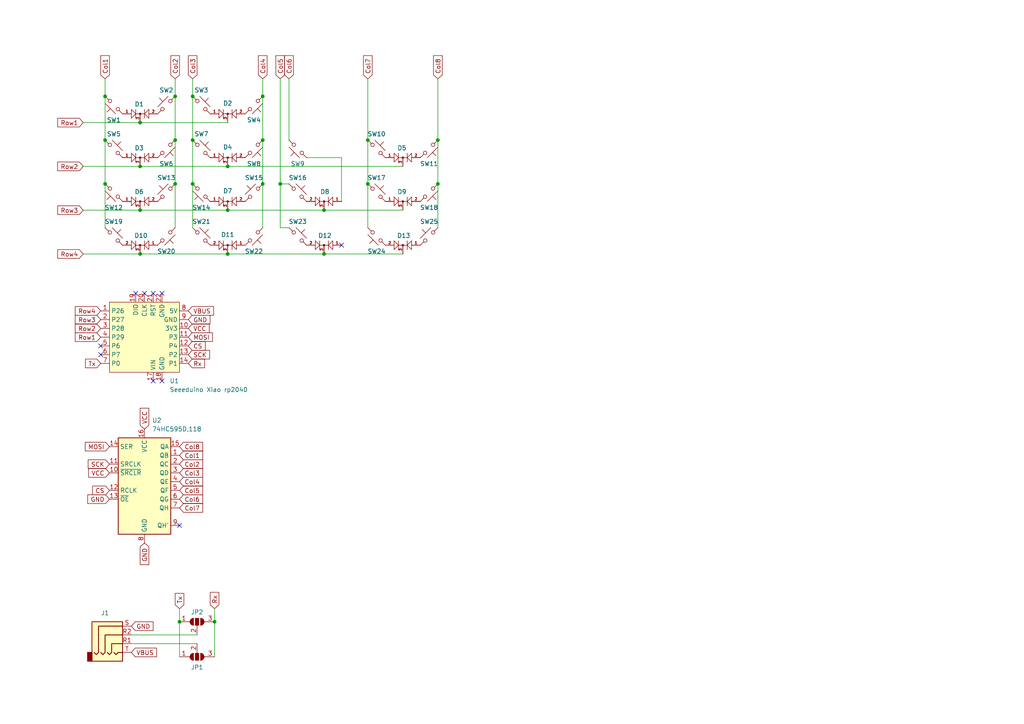
<source format=kicad_sch>
(kicad_sch
	(version 20231120)
	(generator "eeschema")
	(generator_version "8.0")
	(uuid "25e1f0a9-92d0-451c-bf3e-417114b6c96f")
	(paper "A4")
	(lib_symbols
		(symbol "74xx:74HC595"
			(exclude_from_sim no)
			(in_bom yes)
			(on_board yes)
			(property "Reference" "U"
				(at -7.62 13.97 0)
				(effects
					(font
						(size 1.27 1.27)
					)
				)
			)
			(property "Value" "74HC595"
				(at -7.62 -16.51 0)
				(effects
					(font
						(size 1.27 1.27)
					)
				)
			)
			(property "Footprint" ""
				(at 0 0 0)
				(effects
					(font
						(size 1.27 1.27)
					)
					(hide yes)
				)
			)
			(property "Datasheet" "http://www.ti.com/lit/ds/symlink/sn74hc595.pdf"
				(at 0 0 0)
				(effects
					(font
						(size 1.27 1.27)
					)
					(hide yes)
				)
			)
			(property "Description" "8-bit serial in/out Shift Register 3-State Outputs"
				(at 0 0 0)
				(effects
					(font
						(size 1.27 1.27)
					)
					(hide yes)
				)
			)
			(property "ki_keywords" "HCMOS SR 3State"
				(at 0 0 0)
				(effects
					(font
						(size 1.27 1.27)
					)
					(hide yes)
				)
			)
			(property "ki_fp_filters" "DIP*W7.62mm* SOIC*3.9x9.9mm*P1.27mm* TSSOP*4.4x5mm*P0.65mm* SOIC*5.3x10.2mm*P1.27mm* SOIC*7.5x10.3mm*P1.27mm*"
				(at 0 0 0)
				(effects
					(font
						(size 1.27 1.27)
					)
					(hide yes)
				)
			)
			(symbol "74HC595_1_0"
				(pin tri_state line
					(at 10.16 7.62 180)
					(length 2.54)
					(name "QB"
						(effects
							(font
								(size 1.27 1.27)
							)
						)
					)
					(number "1"
						(effects
							(font
								(size 1.27 1.27)
							)
						)
					)
				)
				(pin input line
					(at -10.16 2.54 0)
					(length 2.54)
					(name "~{SRCLR}"
						(effects
							(font
								(size 1.27 1.27)
							)
						)
					)
					(number "10"
						(effects
							(font
								(size 1.27 1.27)
							)
						)
					)
				)
				(pin input line
					(at -10.16 5.08 0)
					(length 2.54)
					(name "SRCLK"
						(effects
							(font
								(size 1.27 1.27)
							)
						)
					)
					(number "11"
						(effects
							(font
								(size 1.27 1.27)
							)
						)
					)
				)
				(pin input line
					(at -10.16 -2.54 0)
					(length 2.54)
					(name "RCLK"
						(effects
							(font
								(size 1.27 1.27)
							)
						)
					)
					(number "12"
						(effects
							(font
								(size 1.27 1.27)
							)
						)
					)
				)
				(pin input line
					(at -10.16 -5.08 0)
					(length 2.54)
					(name "~{OE}"
						(effects
							(font
								(size 1.27 1.27)
							)
						)
					)
					(number "13"
						(effects
							(font
								(size 1.27 1.27)
							)
						)
					)
				)
				(pin input line
					(at -10.16 10.16 0)
					(length 2.54)
					(name "SER"
						(effects
							(font
								(size 1.27 1.27)
							)
						)
					)
					(number "14"
						(effects
							(font
								(size 1.27 1.27)
							)
						)
					)
				)
				(pin tri_state line
					(at 10.16 10.16 180)
					(length 2.54)
					(name "QA"
						(effects
							(font
								(size 1.27 1.27)
							)
						)
					)
					(number "15"
						(effects
							(font
								(size 1.27 1.27)
							)
						)
					)
				)
				(pin power_in line
					(at 0 15.24 270)
					(length 2.54)
					(name "VCC"
						(effects
							(font
								(size 1.27 1.27)
							)
						)
					)
					(number "16"
						(effects
							(font
								(size 1.27 1.27)
							)
						)
					)
				)
				(pin tri_state line
					(at 10.16 5.08 180)
					(length 2.54)
					(name "QC"
						(effects
							(font
								(size 1.27 1.27)
							)
						)
					)
					(number "2"
						(effects
							(font
								(size 1.27 1.27)
							)
						)
					)
				)
				(pin tri_state line
					(at 10.16 2.54 180)
					(length 2.54)
					(name "QD"
						(effects
							(font
								(size 1.27 1.27)
							)
						)
					)
					(number "3"
						(effects
							(font
								(size 1.27 1.27)
							)
						)
					)
				)
				(pin tri_state line
					(at 10.16 0 180)
					(length 2.54)
					(name "QE"
						(effects
							(font
								(size 1.27 1.27)
							)
						)
					)
					(number "4"
						(effects
							(font
								(size 1.27 1.27)
							)
						)
					)
				)
				(pin tri_state line
					(at 10.16 -2.54 180)
					(length 2.54)
					(name "QF"
						(effects
							(font
								(size 1.27 1.27)
							)
						)
					)
					(number "5"
						(effects
							(font
								(size 1.27 1.27)
							)
						)
					)
				)
				(pin tri_state line
					(at 10.16 -5.08 180)
					(length 2.54)
					(name "QG"
						(effects
							(font
								(size 1.27 1.27)
							)
						)
					)
					(number "6"
						(effects
							(font
								(size 1.27 1.27)
							)
						)
					)
				)
				(pin tri_state line
					(at 10.16 -7.62 180)
					(length 2.54)
					(name "QH"
						(effects
							(font
								(size 1.27 1.27)
							)
						)
					)
					(number "7"
						(effects
							(font
								(size 1.27 1.27)
							)
						)
					)
				)
				(pin power_in line
					(at 0 -17.78 90)
					(length 2.54)
					(name "GND"
						(effects
							(font
								(size 1.27 1.27)
							)
						)
					)
					(number "8"
						(effects
							(font
								(size 1.27 1.27)
							)
						)
					)
				)
				(pin output line
					(at 10.16 -12.7 180)
					(length 2.54)
					(name "QH'"
						(effects
							(font
								(size 1.27 1.27)
							)
						)
					)
					(number "9"
						(effects
							(font
								(size 1.27 1.27)
							)
						)
					)
				)
			)
			(symbol "74HC595_1_1"
				(rectangle
					(start -7.62 12.7)
					(end 7.62 -15.24)
					(stroke
						(width 0.254)
						(type default)
					)
					(fill
						(type background)
					)
				)
			)
		)
		(symbol "Connector_Audio:AudioJack4"
			(exclude_from_sim no)
			(in_bom yes)
			(on_board yes)
			(property "Reference" "J"
				(at 0 8.89 0)
				(effects
					(font
						(size 1.27 1.27)
					)
				)
			)
			(property "Value" "AudioJack4"
				(at 0 6.35 0)
				(effects
					(font
						(size 1.27 1.27)
					)
				)
			)
			(property "Footprint" ""
				(at 0 0 0)
				(effects
					(font
						(size 1.27 1.27)
					)
					(hide yes)
				)
			)
			(property "Datasheet" "~"
				(at 0 0 0)
				(effects
					(font
						(size 1.27 1.27)
					)
					(hide yes)
				)
			)
			(property "Description" "Audio Jack, 4 Poles (TRRS)"
				(at 0 0 0)
				(effects
					(font
						(size 1.27 1.27)
					)
					(hide yes)
				)
			)
			(property "ki_keywords" "audio jack receptacle stereo headphones TRRS connector"
				(at 0 0 0)
				(effects
					(font
						(size 1.27 1.27)
					)
					(hide yes)
				)
			)
			(property "ki_fp_filters" "Jack*"
				(at 0 0 0)
				(effects
					(font
						(size 1.27 1.27)
					)
					(hide yes)
				)
			)
			(symbol "AudioJack4_0_1"
				(rectangle
					(start -6.35 -5.08)
					(end -7.62 -7.62)
					(stroke
						(width 0.254)
						(type default)
					)
					(fill
						(type outline)
					)
				)
				(polyline
					(pts
						(xy 0 -5.08) (xy 0.635 -5.715) (xy 1.27 -5.08) (xy 2.54 -5.08)
					)
					(stroke
						(width 0.254)
						(type default)
					)
					(fill
						(type none)
					)
				)
				(polyline
					(pts
						(xy -5.715 -5.08) (xy -5.08 -5.715) (xy -4.445 -5.08) (xy -4.445 2.54) (xy 2.54 2.54)
					)
					(stroke
						(width 0.254)
						(type default)
					)
					(fill
						(type none)
					)
				)
				(polyline
					(pts
						(xy -1.905 -5.08) (xy -1.27 -5.715) (xy -0.635 -5.08) (xy -0.635 -2.54) (xy 2.54 -2.54)
					)
					(stroke
						(width 0.254)
						(type default)
					)
					(fill
						(type none)
					)
				)
				(polyline
					(pts
						(xy 2.54 0) (xy -2.54 0) (xy -2.54 -5.08) (xy -3.175 -5.715) (xy -3.81 -5.08)
					)
					(stroke
						(width 0.254)
						(type default)
					)
					(fill
						(type none)
					)
				)
				(rectangle
					(start 2.54 3.81)
					(end -6.35 -7.62)
					(stroke
						(width 0.254)
						(type default)
					)
					(fill
						(type background)
					)
				)
			)
			(symbol "AudioJack4_1_1"
				(pin passive line
					(at 5.08 -2.54 180)
					(length 2.54)
					(name "~"
						(effects
							(font
								(size 1.27 1.27)
							)
						)
					)
					(number "R1"
						(effects
							(font
								(size 1.27 1.27)
							)
						)
					)
				)
				(pin passive line
					(at 5.08 0 180)
					(length 2.54)
					(name "~"
						(effects
							(font
								(size 1.27 1.27)
							)
						)
					)
					(number "R2"
						(effects
							(font
								(size 1.27 1.27)
							)
						)
					)
				)
				(pin passive line
					(at 5.08 2.54 180)
					(length 2.54)
					(name "~"
						(effects
							(font
								(size 1.27 1.27)
							)
						)
					)
					(number "S"
						(effects
							(font
								(size 1.27 1.27)
							)
						)
					)
				)
				(pin passive line
					(at 5.08 -5.08 180)
					(length 2.54)
					(name "~"
						(effects
							(font
								(size 1.27 1.27)
							)
						)
					)
					(number "T"
						(effects
							(font
								(size 1.27 1.27)
							)
						)
					)
				)
			)
		)
		(symbol "Jumper:SolderJumper_3_Open"
			(pin_names
				(offset 0) hide)
			(exclude_from_sim yes)
			(in_bom no)
			(on_board yes)
			(property "Reference" "JP"
				(at -2.54 -2.54 0)
				(effects
					(font
						(size 1.27 1.27)
					)
				)
			)
			(property "Value" "SolderJumper_3_Open"
				(at 0 2.794 0)
				(effects
					(font
						(size 1.27 1.27)
					)
				)
			)
			(property "Footprint" ""
				(at 0 0 0)
				(effects
					(font
						(size 1.27 1.27)
					)
					(hide yes)
				)
			)
			(property "Datasheet" "~"
				(at 0 0 0)
				(effects
					(font
						(size 1.27 1.27)
					)
					(hide yes)
				)
			)
			(property "Description" "Solder Jumper, 3-pole, open"
				(at 0 0 0)
				(effects
					(font
						(size 1.27 1.27)
					)
					(hide yes)
				)
			)
			(property "ki_keywords" "Solder Jumper SPDT"
				(at 0 0 0)
				(effects
					(font
						(size 1.27 1.27)
					)
					(hide yes)
				)
			)
			(property "ki_fp_filters" "SolderJumper*Open*"
				(at 0 0 0)
				(effects
					(font
						(size 1.27 1.27)
					)
					(hide yes)
				)
			)
			(symbol "SolderJumper_3_Open_0_1"
				(arc
					(start -1.016 1.016)
					(mid -2.0276 0)
					(end -1.016 -1.016)
					(stroke
						(width 0)
						(type default)
					)
					(fill
						(type none)
					)
				)
				(arc
					(start -1.016 1.016)
					(mid -2.0276 0)
					(end -1.016 -1.016)
					(stroke
						(width 0)
						(type default)
					)
					(fill
						(type outline)
					)
				)
				(rectangle
					(start -0.508 1.016)
					(end 0.508 -1.016)
					(stroke
						(width 0)
						(type default)
					)
					(fill
						(type outline)
					)
				)
				(polyline
					(pts
						(xy -2.54 0) (xy -2.032 0)
					)
					(stroke
						(width 0)
						(type default)
					)
					(fill
						(type none)
					)
				)
				(polyline
					(pts
						(xy -1.016 1.016) (xy -1.016 -1.016)
					)
					(stroke
						(width 0)
						(type default)
					)
					(fill
						(type none)
					)
				)
				(polyline
					(pts
						(xy 0 -1.27) (xy 0 -1.016)
					)
					(stroke
						(width 0)
						(type default)
					)
					(fill
						(type none)
					)
				)
				(polyline
					(pts
						(xy 1.016 1.016) (xy 1.016 -1.016)
					)
					(stroke
						(width 0)
						(type default)
					)
					(fill
						(type none)
					)
				)
				(polyline
					(pts
						(xy 2.54 0) (xy 2.032 0)
					)
					(stroke
						(width 0)
						(type default)
					)
					(fill
						(type none)
					)
				)
				(arc
					(start 1.016 -1.016)
					(mid 2.0276 0)
					(end 1.016 1.016)
					(stroke
						(width 0)
						(type default)
					)
					(fill
						(type none)
					)
				)
				(arc
					(start 1.016 -1.016)
					(mid 2.0276 0)
					(end 1.016 1.016)
					(stroke
						(width 0)
						(type default)
					)
					(fill
						(type outline)
					)
				)
			)
			(symbol "SolderJumper_3_Open_1_1"
				(pin passive line
					(at -5.08 0 0)
					(length 2.54)
					(name "A"
						(effects
							(font
								(size 1.27 1.27)
							)
						)
					)
					(number "1"
						(effects
							(font
								(size 1.27 1.27)
							)
						)
					)
				)
				(pin passive line
					(at 0 -3.81 90)
					(length 2.54)
					(name "C"
						(effects
							(font
								(size 1.27 1.27)
							)
						)
					)
					(number "2"
						(effects
							(font
								(size 1.27 1.27)
							)
						)
					)
				)
				(pin passive line
					(at 5.08 0 180)
					(length 2.54)
					(name "B"
						(effects
							(font
								(size 1.27 1.27)
							)
						)
					)
					(number "3"
						(effects
							(font
								(size 1.27 1.27)
							)
						)
					)
				)
			)
		)
		(symbol "PCM_marbastlib-promicroish:Seeeduino_Xiao_rp2040"
			(exclude_from_sim no)
			(in_bom no)
			(on_board yes)
			(property "Reference" "U"
				(at -10.16 -12.7 0)
				(effects
					(font
						(size 1.27 1.27)
					)
				)
			)
			(property "Value" "Seeeduino Xiao rp2040"
				(at -10.16 -15.24 0)
				(effects
					(font
						(size 1.27 1.27)
					)
				)
			)
			(property "Footprint" "PCM_marbastlib-xp-promicroish:Xiao_rp2040_ACH"
				(at 0 -30.48 0)
				(effects
					(font
						(size 1.27 1.27)
					)
					(hide yes)
				)
			)
			(property "Datasheet" ""
				(at -12.7 7.62 0)
				(effects
					(font
						(size 1.27 1.27)
					)
					(hide yes)
				)
			)
			(property "Description" "Symbol for a Seeeduino Xiao rp2040"
				(at 0 0 0)
				(effects
					(font
						(size 1.27 1.27)
					)
					(hide yes)
				)
			)
			(symbol "Seeeduino_Xiao_rp2040_1_0"
				(pin bidirectional line
					(at -12.7 7.62 0)
					(length 2.54)
					(name "P26"
						(effects
							(font
								(size 1.27 1.27)
							)
						)
					)
					(number "1"
						(effects
							(font
								(size 1.27 1.27)
							)
						)
					)
				)
				(pin power_out line
					(at 12.7 2.54 180)
					(length 2.54)
					(name "3V3"
						(effects
							(font
								(size 1.27 1.27)
							)
						)
					)
					(number "10"
						(effects
							(font
								(size 1.27 1.27)
							)
						)
					)
				)
				(pin bidirectional line
					(at 12.7 0 180)
					(length 2.54)
					(name "P3"
						(effects
							(font
								(size 1.27 1.27)
							)
						)
					)
					(number "11"
						(effects
							(font
								(size 1.27 1.27)
							)
						)
					)
				)
				(pin bidirectional line
					(at 12.7 -2.54 180)
					(length 2.54)
					(name "P4"
						(effects
							(font
								(size 1.27 1.27)
							)
						)
					)
					(number "12"
						(effects
							(font
								(size 1.27 1.27)
							)
						)
					)
				)
				(pin bidirectional line
					(at 12.7 -5.08 180)
					(length 2.54)
					(name "P2"
						(effects
							(font
								(size 1.27 1.27)
							)
						)
					)
					(number "13"
						(effects
							(font
								(size 1.27 1.27)
							)
						)
					)
				)
				(pin bidirectional line
					(at 12.7 -7.62 180)
					(length 2.54)
					(name "P1"
						(effects
							(font
								(size 1.27 1.27)
							)
						)
					)
					(number "14"
						(effects
							(font
								(size 1.27 1.27)
							)
						)
					)
				)
				(pin power_in line
					(at 2.54 -12.7 90)
					(length 2.54)
					(name "VIN"
						(effects
							(font
								(size 1.27 1.27)
							)
						)
					)
					(number "17"
						(effects
							(font
								(size 1.27 1.27)
							)
						)
					)
				)
				(pin power_in line
					(at 5.08 -12.7 90)
					(length 2.54)
					(name "GND"
						(effects
							(font
								(size 1.27 1.27)
							)
						)
					)
					(number "18"
						(effects
							(font
								(size 1.27 1.27)
							)
						)
					)
				)
				(pin bidirectional line
					(at -2.54 12.7 270)
					(length 2.54)
					(name "DIO"
						(effects
							(font
								(size 1.27 1.27)
							)
						)
					)
					(number "19"
						(effects
							(font
								(size 1.27 1.27)
							)
						)
					)
				)
				(pin bidirectional line
					(at -12.7 5.08 0)
					(length 2.54)
					(name "P27"
						(effects
							(font
								(size 1.27 1.27)
							)
						)
					)
					(number "2"
						(effects
							(font
								(size 1.27 1.27)
							)
						)
					)
				)
				(pin bidirectional line
					(at 0 12.7 270)
					(length 2.54)
					(name "CLK"
						(effects
							(font
								(size 1.27 1.27)
							)
						)
					)
					(number "20"
						(effects
							(font
								(size 1.27 1.27)
							)
						)
					)
				)
				(pin bidirectional line
					(at 2.54 12.7 270)
					(length 2.54)
					(name "RST"
						(effects
							(font
								(size 1.27 1.27)
							)
						)
					)
					(number "21"
						(effects
							(font
								(size 1.27 1.27)
							)
						)
					)
				)
				(pin power_out line
					(at 5.08 12.7 270)
					(length 2.54)
					(name "GND"
						(effects
							(font
								(size 1.27 1.27)
							)
						)
					)
					(number "22"
						(effects
							(font
								(size 1.27 1.27)
							)
						)
					)
				)
				(pin bidirectional line
					(at -12.7 2.54 0)
					(length 2.54)
					(name "P28"
						(effects
							(font
								(size 1.27 1.27)
							)
						)
					)
					(number "3"
						(effects
							(font
								(size 1.27 1.27)
							)
						)
					)
				)
				(pin bidirectional line
					(at -12.7 0 0)
					(length 2.54)
					(name "P29"
						(effects
							(font
								(size 1.27 1.27)
							)
						)
					)
					(number "4"
						(effects
							(font
								(size 1.27 1.27)
							)
						)
					)
				)
				(pin bidirectional line
					(at -12.7 -2.54 0)
					(length 2.54)
					(name "P6"
						(effects
							(font
								(size 1.27 1.27)
							)
						)
					)
					(number "5"
						(effects
							(font
								(size 1.27 1.27)
							)
						)
					)
				)
				(pin bidirectional line
					(at -12.7 -5.08 0)
					(length 2.54)
					(name "P7"
						(effects
							(font
								(size 1.27 1.27)
							)
						)
					)
					(number "6"
						(effects
							(font
								(size 1.27 1.27)
							)
						)
					)
				)
				(pin bidirectional line
					(at -12.7 -7.62 0)
					(length 2.54)
					(name "P0"
						(effects
							(font
								(size 1.27 1.27)
							)
						)
					)
					(number "7"
						(effects
							(font
								(size 1.27 1.27)
							)
						)
					)
				)
				(pin power_out line
					(at 12.7 7.62 180)
					(length 2.54)
					(name "5V"
						(effects
							(font
								(size 1.27 1.27)
							)
						)
					)
					(number "8"
						(effects
							(font
								(size 1.27 1.27)
							)
						)
					)
				)
				(pin power_out line
					(at 12.7 5.08 180)
					(length 2.54)
					(name "GND"
						(effects
							(font
								(size 1.27 1.27)
							)
						)
					)
					(number "9"
						(effects
							(font
								(size 1.27 1.27)
							)
						)
					)
				)
			)
			(symbol "Seeeduino_Xiao_rp2040_1_1"
				(rectangle
					(start -10.16 10.16)
					(end 10.16 -10.16)
					(stroke
						(width 0)
						(type default)
					)
					(fill
						(type background)
					)
				)
			)
		)
		(symbol "PCM_marbastlib-various:BAV70_Small"
			(pin_names
				(offset 0.762) hide)
			(exclude_from_sim no)
			(in_bom yes)
			(on_board yes)
			(property "Reference" "D"
				(at 0.635 -2.54 0)
				(effects
					(font
						(size 1.27 1.27)
					)
					(justify left)
				)
			)
			(property "Value" "BAV70_Small"
				(at 0 2.54 0)
				(effects
					(font
						(size 1.27 1.27)
					)
				)
			)
			(property "Footprint" "Package_TO_SOT_SMD:SOT-23"
				(at 2.54 0 0)
				(effects
					(font
						(size 1.27 1.27)
					)
					(hide yes)
				)
			)
			(property "Datasheet" "https://assets.nexperia.com/documents/data-sheet/BAV70_SER.pdf"
				(at 0 0 0)
				(effects
					(font
						(size 1.27 1.27)
					)
					(hide yes)
				)
			)
			(property "Description" "Dual 100V 215mA high-speed switching diodes, common cathode, SOT-23"
				(at 0 0 0)
				(effects
					(font
						(size 1.27 1.27)
					)
					(hide yes)
				)
			)
			(property "ki_keywords" "diode"
				(at 0 0 0)
				(effects
					(font
						(size 1.27 1.27)
					)
					(hide yes)
				)
			)
			(property "ki_fp_filters" "SOT?23*"
				(at 0 0 0)
				(effects
					(font
						(size 1.27 1.27)
					)
					(hide yes)
				)
			)
			(symbol "BAV70_Small_0_1"
				(polyline
					(pts
						(xy -1.27 1.27) (xy -1.27 -1.27)
					)
					(stroke
						(width 0)
						(type default)
					)
					(fill
						(type none)
					)
				)
				(polyline
					(pts
						(xy 1.27 0) (xy -1.27 0)
					)
					(stroke
						(width 0)
						(type default)
					)
					(fill
						(type none)
					)
				)
				(polyline
					(pts
						(xy 1.27 1.27) (xy 1.27 -1.27)
					)
					(stroke
						(width 0)
						(type default)
					)
					(fill
						(type none)
					)
				)
				(polyline
					(pts
						(xy -2.54 1.27) (xy -2.54 -1.27) (xy -1.27 0) (xy -2.54 1.27)
					)
					(stroke
						(width 0)
						(type default)
					)
					(fill
						(type none)
					)
				)
				(polyline
					(pts
						(xy 2.54 1.27) (xy 2.54 -1.27) (xy 1.27 0) (xy 2.54 1.27)
					)
					(stroke
						(width 0)
						(type default)
					)
					(fill
						(type none)
					)
				)
				(circle
					(center 0 0)
					(radius 0.254)
					(stroke
						(width 0)
						(type default)
					)
					(fill
						(type outline)
					)
				)
			)
			(symbol "BAV70_Small_1_1"
				(pin input line
					(at -5.08 0 0)
					(length 2.54)
					(name "A1"
						(effects
							(font
								(size 0.762 0.762)
							)
						)
					)
					(number "1"
						(effects
							(font
								(size 0.762 0.762)
							)
						)
					)
				)
				(pin input line
					(at 5.08 0 180)
					(length 2.54)
					(name "A2"
						(effects
							(font
								(size 0.762 0.762)
							)
						)
					)
					(number "2"
						(effects
							(font
								(size 0.762 0.762)
							)
						)
					)
				)
				(pin passive line
					(at 0 -2.54 90)
					(length 2.54)
					(name "K"
						(effects
							(font
								(size 0.508 0.508)
							)
						)
					)
					(number "3"
						(effects
							(font
								(size 0.762 0.762)
							)
						)
					)
				)
			)
		)
		(symbol "Switch:SW_Push_45deg"
			(pin_numbers hide)
			(pin_names
				(offset 1.016) hide)
			(exclude_from_sim no)
			(in_bom yes)
			(on_board yes)
			(property "Reference" "SW"
				(at 3.048 1.016 0)
				(effects
					(font
						(size 1.27 1.27)
					)
					(justify left)
				)
			)
			(property "Value" "SW_Push_45deg"
				(at 0 -3.81 0)
				(effects
					(font
						(size 1.27 1.27)
					)
				)
			)
			(property "Footprint" ""
				(at 0 0 0)
				(effects
					(font
						(size 1.27 1.27)
					)
					(hide yes)
				)
			)
			(property "Datasheet" "~"
				(at 0 0 0)
				(effects
					(font
						(size 1.27 1.27)
					)
					(hide yes)
				)
			)
			(property "Description" "Push button switch, normally open, two pins, 45° tilted"
				(at 0 0 0)
				(effects
					(font
						(size 1.27 1.27)
					)
					(hide yes)
				)
			)
			(property "ki_keywords" "switch normally-open pushbutton push-button"
				(at 0 0 0)
				(effects
					(font
						(size 1.27 1.27)
					)
					(hide yes)
				)
			)
			(symbol "SW_Push_45deg_0_1"
				(circle
					(center -1.1684 1.1684)
					(radius 0.508)
					(stroke
						(width 0)
						(type default)
					)
					(fill
						(type none)
					)
				)
				(polyline
					(pts
						(xy -0.508 2.54) (xy 2.54 -0.508)
					)
					(stroke
						(width 0)
						(type default)
					)
					(fill
						(type none)
					)
				)
				(polyline
					(pts
						(xy 1.016 1.016) (xy 2.032 2.032)
					)
					(stroke
						(width 0)
						(type default)
					)
					(fill
						(type none)
					)
				)
				(polyline
					(pts
						(xy -2.54 2.54) (xy -1.524 1.524) (xy -1.524 1.524)
					)
					(stroke
						(width 0)
						(type default)
					)
					(fill
						(type none)
					)
				)
				(polyline
					(pts
						(xy 1.524 -1.524) (xy 2.54 -2.54) (xy 2.54 -2.54) (xy 2.54 -2.54)
					)
					(stroke
						(width 0)
						(type default)
					)
					(fill
						(type none)
					)
				)
				(circle
					(center 1.143 -1.1938)
					(radius 0.508)
					(stroke
						(width 0)
						(type default)
					)
					(fill
						(type none)
					)
				)
				(pin passive line
					(at -2.54 2.54 0)
					(length 0)
					(name "1"
						(effects
							(font
								(size 1.27 1.27)
							)
						)
					)
					(number "1"
						(effects
							(font
								(size 1.27 1.27)
							)
						)
					)
				)
				(pin passive line
					(at 2.54 -2.54 180)
					(length 0)
					(name "2"
						(effects
							(font
								(size 1.27 1.27)
							)
						)
					)
					(number "2"
						(effects
							(font
								(size 1.27 1.27)
							)
						)
					)
				)
			)
		)
	)
	(junction
		(at 40.64 73.66)
		(diameter 0)
		(color 0 0 0 0)
		(uuid "03ce996b-1bd4-4ac0-b560-f0ad185fd978")
	)
	(junction
		(at 93.98 60.96)
		(diameter 0)
		(color 0 0 0 0)
		(uuid "046b2db0-dd82-4348-a130-d71abf0c0608")
	)
	(junction
		(at 40.64 35.56)
		(diameter 0)
		(color 0 0 0 0)
		(uuid "1f75a96e-58bc-4607-9d6d-1c16fa454af6")
	)
	(junction
		(at 55.88 40.64)
		(diameter 0)
		(color 0 0 0 0)
		(uuid "20dc372a-cf0c-4057-b12d-d61a8779ce4e")
	)
	(junction
		(at 30.48 40.64)
		(diameter 0)
		(color 0 0 0 0)
		(uuid "26684260-786e-4548-a34c-9ffe40a9fd33")
	)
	(junction
		(at 76.2 40.64)
		(diameter 0)
		(color 0 0 0 0)
		(uuid "30ebfc4f-e8c1-41d8-9509-56de7c6b40e0")
	)
	(junction
		(at 127 40.64)
		(diameter 0)
		(color 0 0 0 0)
		(uuid "359a11e0-3b5a-4b8c-8346-88ce2ac9e143")
	)
	(junction
		(at 30.48 27.94)
		(diameter 0)
		(color 0 0 0 0)
		(uuid "41541168-df0f-42a3-90b2-72ef4e75e398")
	)
	(junction
		(at 50.8 27.94)
		(diameter 0)
		(color 0 0 0 0)
		(uuid "4d88cb88-eace-4dfe-942a-8358e87c6aee")
	)
	(junction
		(at 81.28 53.34)
		(diameter 0)
		(color 0 0 0 0)
		(uuid "509f77d9-0d3c-498c-94fc-10ab6fea8e3f")
	)
	(junction
		(at 66.04 60.96)
		(diameter 0)
		(color 0 0 0 0)
		(uuid "57e85d14-eaa8-4ab7-931a-dfa85f82e9c7")
	)
	(junction
		(at 106.68 53.34)
		(diameter 0)
		(color 0 0 0 0)
		(uuid "7da1f15a-4095-47d9-8b82-71c7cafc44cf")
	)
	(junction
		(at 50.8 40.64)
		(diameter 0)
		(color 0 0 0 0)
		(uuid "855d1160-282c-49ad-8dad-0f49deaaed92")
	)
	(junction
		(at 30.48 53.34)
		(diameter 0)
		(color 0 0 0 0)
		(uuid "8dcd37c8-6f26-45ca-aaaf-f564d66f6d9e")
	)
	(junction
		(at 55.88 27.94)
		(diameter 0)
		(color 0 0 0 0)
		(uuid "92fb66db-d497-47d4-99df-b8c6a62f8df7")
	)
	(junction
		(at 40.64 48.26)
		(diameter 0)
		(color 0 0 0 0)
		(uuid "9d89c818-a595-4668-acb4-c68203523742")
	)
	(junction
		(at 93.98 73.66)
		(diameter 0)
		(color 0 0 0 0)
		(uuid "a797b76a-109c-47e6-be78-8725a93dea61")
	)
	(junction
		(at 76.2 53.34)
		(diameter 0)
		(color 0 0 0 0)
		(uuid "b1f734b1-c329-44df-be35-75c24cd75225")
	)
	(junction
		(at 40.64 60.96)
		(diameter 0)
		(color 0 0 0 0)
		(uuid "bebae505-b2e6-4da8-8337-7c9a5cfb424c")
	)
	(junction
		(at 55.88 53.34)
		(diameter 0)
		(color 0 0 0 0)
		(uuid "becda568-a326-49ff-88d9-44a0412b8fd3")
	)
	(junction
		(at 76.2 27.94)
		(diameter 0)
		(color 0 0 0 0)
		(uuid "bed498f1-8d35-4822-8b0e-74be032880c4")
	)
	(junction
		(at 50.8 53.34)
		(diameter 0)
		(color 0 0 0 0)
		(uuid "c31d4dd7-032c-4588-9491-df0c763f7705")
	)
	(junction
		(at 66.04 48.26)
		(diameter 0)
		(color 0 0 0 0)
		(uuid "d064e8ec-2d97-4297-9971-d4478124e16a")
	)
	(junction
		(at 52.07 180.34)
		(diameter 0)
		(color 0 0 0 0)
		(uuid "d0ee669c-aea9-4daf-b7d2-071f222f4e09")
	)
	(junction
		(at 66.04 73.66)
		(diameter 0)
		(color 0 0 0 0)
		(uuid "d4bbd802-f516-4d37-a858-7005bfdd4a66")
	)
	(junction
		(at 106.68 40.64)
		(diameter 0)
		(color 0 0 0 0)
		(uuid "d4dea72a-afbc-4eea-93b6-2e49691d8e76")
	)
	(junction
		(at 62.23 180.34)
		(diameter 0)
		(color 0 0 0 0)
		(uuid "da3bc500-5182-4d59-817a-88ab05ff6598")
	)
	(junction
		(at 127 53.34)
		(diameter 0)
		(color 0 0 0 0)
		(uuid "faad5bea-064e-4b15-8d79-bf6c0d0f50a6")
	)
	(no_connect
		(at 44.45 110.49)
		(uuid "02876722-1993-44df-a65d-faef8e6a57b8")
	)
	(no_connect
		(at 52.07 152.4)
		(uuid "10264fe9-0101-4df2-9766-2598bc52d0e5")
	)
	(no_connect
		(at 44.45 85.09)
		(uuid "11d28066-2e85-4d69-bd93-88c573d95aed")
	)
	(no_connect
		(at 41.91 85.09)
		(uuid "1858c4bc-c23c-453c-95ba-bcc784661907")
	)
	(no_connect
		(at 46.99 110.49)
		(uuid "1b366331-7d16-4fdc-9d2d-56f3ea221c4f")
	)
	(no_connect
		(at 99.06 71.12)
		(uuid "72f00e59-92bd-4720-b661-4a0f8d1af2f0")
	)
	(no_connect
		(at 39.37 85.09)
		(uuid "8697c34f-589a-4d3f-9812-768f3aa24b35")
	)
	(no_connect
		(at 29.21 100.33)
		(uuid "928c5a59-e8f9-4b01-8e48-32aabe5984d5")
	)
	(no_connect
		(at 46.99 85.09)
		(uuid "cc2fc315-aa3b-49a5-b491-cbd5e50c623c")
	)
	(no_connect
		(at 29.21 102.87)
		(uuid "def51408-d55d-4fd4-8146-f0d611430874")
	)
	(wire
		(pts
			(xy 40.64 48.26) (xy 66.04 48.26)
		)
		(stroke
			(width 0)
			(type default)
		)
		(uuid "009ac2b3-ba0e-4c9c-a0b4-a06d0afd2843")
	)
	(wire
		(pts
			(xy 62.23 176.53) (xy 62.23 180.34)
		)
		(stroke
			(width 0)
			(type default)
		)
		(uuid "0b4ecdd4-a396-4250-b5b4-47f86926a3cb")
	)
	(wire
		(pts
			(xy 99.06 45.72) (xy 99.06 58.42)
		)
		(stroke
			(width 0)
			(type default)
		)
		(uuid "0e949783-5371-45c9-8ef3-0a5141d1a589")
	)
	(wire
		(pts
			(xy 50.8 27.94) (xy 50.8 40.64)
		)
		(stroke
			(width 0)
			(type default)
		)
		(uuid "0ee665ff-f80a-4e39-a786-4d5f5c552552")
	)
	(wire
		(pts
			(xy 55.88 22.86) (xy 55.88 27.94)
		)
		(stroke
			(width 0)
			(type default)
		)
		(uuid "1a276d2e-9410-4058-854f-68a94a7c23cf")
	)
	(wire
		(pts
			(xy 24.13 60.96) (xy 40.64 60.96)
		)
		(stroke
			(width 0)
			(type default)
		)
		(uuid "1b31f532-1b0f-4787-8464-e54d48cdb24a")
	)
	(wire
		(pts
			(xy 40.64 35.56) (xy 66.04 35.56)
		)
		(stroke
			(width 0)
			(type default)
		)
		(uuid "1c4398aa-7037-4bac-8a50-1e020423ef8a")
	)
	(wire
		(pts
			(xy 81.28 66.04) (xy 81.28 53.34)
		)
		(stroke
			(width 0)
			(type default)
		)
		(uuid "255f6449-cfbb-44e6-9e8d-ae5cba208a5c")
	)
	(wire
		(pts
			(xy 76.2 40.64) (xy 76.2 53.34)
		)
		(stroke
			(width 0)
			(type default)
		)
		(uuid "2cf5a608-e064-45ac-bf1b-17088c77cf76")
	)
	(wire
		(pts
			(xy 24.13 48.26) (xy 40.64 48.26)
		)
		(stroke
			(width 0)
			(type default)
		)
		(uuid "33eb71dd-6789-416d-a1f2-09af83bf9cc9")
	)
	(wire
		(pts
			(xy 24.13 35.56) (xy 40.64 35.56)
		)
		(stroke
			(width 0)
			(type default)
		)
		(uuid "35196a42-f777-41ef-be0c-64d45c017316")
	)
	(wire
		(pts
			(xy 83.82 53.34) (xy 81.28 53.34)
		)
		(stroke
			(width 0)
			(type default)
		)
		(uuid "3e0607f0-d7a4-4dce-ad20-3075da4574dd")
	)
	(wire
		(pts
			(xy 127 40.64) (xy 127 53.34)
		)
		(stroke
			(width 0)
			(type default)
		)
		(uuid "3ea48e9a-2516-40e2-baa1-3a02eef48c7f")
	)
	(wire
		(pts
			(xy 55.88 53.34) (xy 55.88 66.04)
		)
		(stroke
			(width 0)
			(type default)
		)
		(uuid "477a2bfc-e00c-409c-b6d8-fc197ff67197")
	)
	(wire
		(pts
			(xy 55.88 27.94) (xy 55.88 40.64)
		)
		(stroke
			(width 0)
			(type default)
		)
		(uuid "483502f7-3259-488e-adee-4f55d55177b6")
	)
	(wire
		(pts
			(xy 50.8 22.86) (xy 50.8 27.94)
		)
		(stroke
			(width 0)
			(type default)
		)
		(uuid "5c1da914-58cc-4ff1-b9fc-6ad55a3b1f28")
	)
	(wire
		(pts
			(xy 24.13 73.66) (xy 40.64 73.66)
		)
		(stroke
			(width 0)
			(type default)
		)
		(uuid "61069222-a0e0-4fb6-bf44-93258c3f444a")
	)
	(wire
		(pts
			(xy 40.64 60.96) (xy 66.04 60.96)
		)
		(stroke
			(width 0)
			(type default)
		)
		(uuid "6146ee08-0fdb-4267-951d-382fba25c7ab")
	)
	(wire
		(pts
			(xy 127 53.34) (xy 127 66.04)
		)
		(stroke
			(width 0)
			(type default)
		)
		(uuid "621aa3b8-bcf6-4037-9193-b2d00af82f80")
	)
	(wire
		(pts
			(xy 30.48 22.86) (xy 30.48 27.94)
		)
		(stroke
			(width 0)
			(type default)
		)
		(uuid "6b851aa6-ec2d-40e8-9a70-e21a64397852")
	)
	(wire
		(pts
			(xy 127 22.86) (xy 127 40.64)
		)
		(stroke
			(width 0)
			(type default)
		)
		(uuid "6bab31a7-68fa-49be-a1c6-7b80e57461f4")
	)
	(wire
		(pts
			(xy 52.07 180.34) (xy 52.07 190.5)
		)
		(stroke
			(width 0)
			(type default)
		)
		(uuid "6d718405-5252-4658-a377-38d1c0fc466d")
	)
	(wire
		(pts
			(xy 50.8 40.64) (xy 50.8 53.34)
		)
		(stroke
			(width 0)
			(type default)
		)
		(uuid "77385b25-0972-4865-a0e4-7d548fecec6b")
	)
	(wire
		(pts
			(xy 106.68 22.86) (xy 106.68 40.64)
		)
		(stroke
			(width 0)
			(type default)
		)
		(uuid "7739b127-1b00-4cd1-99f4-61606c12eba5")
	)
	(wire
		(pts
			(xy 76.2 22.86) (xy 76.2 27.94)
		)
		(stroke
			(width 0)
			(type default)
		)
		(uuid "7bcf0a20-9609-4e93-9981-8801c3ca5db7")
	)
	(wire
		(pts
			(xy 38.1 186.69) (xy 57.15 186.69)
		)
		(stroke
			(width 0)
			(type default)
		)
		(uuid "819684db-b169-4d09-a951-32fd1ecfc84e")
	)
	(wire
		(pts
			(xy 83.82 66.04) (xy 81.28 66.04)
		)
		(stroke
			(width 0)
			(type default)
		)
		(uuid "87e8dd0e-ae11-4e3e-a743-4dd00be44e6b")
	)
	(wire
		(pts
			(xy 66.04 73.66) (xy 93.98 73.66)
		)
		(stroke
			(width 0)
			(type default)
		)
		(uuid "88ac05f1-d0a3-4937-82ad-d0f67560a74e")
	)
	(wire
		(pts
			(xy 52.07 176.53) (xy 52.07 180.34)
		)
		(stroke
			(width 0)
			(type default)
		)
		(uuid "8be4b051-7527-45f9-a3ce-8fe74a552737")
	)
	(wire
		(pts
			(xy 30.48 27.94) (xy 30.48 40.64)
		)
		(stroke
			(width 0)
			(type default)
		)
		(uuid "9d0a0ae9-1684-47e1-947a-979123366cad")
	)
	(wire
		(pts
			(xy 66.04 48.26) (xy 116.84 48.26)
		)
		(stroke
			(width 0)
			(type default)
		)
		(uuid "a039fa87-ea87-4357-a34d-471d5d56523e")
	)
	(wire
		(pts
			(xy 106.68 40.64) (xy 106.68 53.34)
		)
		(stroke
			(width 0)
			(type default)
		)
		(uuid "a61bd532-3b46-47f5-aea2-53790e007301")
	)
	(wire
		(pts
			(xy 66.04 60.96) (xy 93.98 60.96)
		)
		(stroke
			(width 0)
			(type default)
		)
		(uuid "abdb51a8-1580-4469-9785-55a389828532")
	)
	(wire
		(pts
			(xy 81.28 22.86) (xy 81.28 53.34)
		)
		(stroke
			(width 0)
			(type default)
		)
		(uuid "b737ba0f-15d9-4cd4-a78c-49b1b485c5f9")
	)
	(wire
		(pts
			(xy 106.68 53.34) (xy 106.68 66.04)
		)
		(stroke
			(width 0)
			(type default)
		)
		(uuid "b98e4291-0c88-48e7-be4c-e2856d466081")
	)
	(wire
		(pts
			(xy 30.48 53.34) (xy 30.48 66.04)
		)
		(stroke
			(width 0)
			(type default)
		)
		(uuid "ba5474a2-ad73-443c-956b-c97b0784add0")
	)
	(wire
		(pts
			(xy 50.8 53.34) (xy 50.8 66.04)
		)
		(stroke
			(width 0)
			(type default)
		)
		(uuid "c041324b-b406-4c08-91d1-9ca83b043ed4")
	)
	(wire
		(pts
			(xy 76.2 27.94) (xy 76.2 40.64)
		)
		(stroke
			(width 0)
			(type default)
		)
		(uuid "cda64abd-a406-4dd1-bc21-8f91798c7fdb")
	)
	(wire
		(pts
			(xy 83.82 22.86) (xy 83.82 40.64)
		)
		(stroke
			(width 0)
			(type default)
		)
		(uuid "ce85c65b-1fd1-43cb-ab58-a0cc5ed8cc72")
	)
	(wire
		(pts
			(xy 62.23 180.34) (xy 62.23 190.5)
		)
		(stroke
			(width 0)
			(type default)
		)
		(uuid "cf4b1ce8-e3c8-4317-a125-4bc42032083f")
	)
	(wire
		(pts
			(xy 55.88 40.64) (xy 55.88 53.34)
		)
		(stroke
			(width 0)
			(type default)
		)
		(uuid "d28b925e-4688-41fc-a8b7-0b8ec6284231")
	)
	(wire
		(pts
			(xy 30.48 40.64) (xy 30.48 53.34)
		)
		(stroke
			(width 0)
			(type default)
		)
		(uuid "d8edbebc-6e93-4180-9cf7-28c6326e2b42")
	)
	(wire
		(pts
			(xy 93.98 60.96) (xy 116.84 60.96)
		)
		(stroke
			(width 0)
			(type default)
		)
		(uuid "d9ac5786-a733-41b9-a1b5-0dc551b45dc6")
	)
	(wire
		(pts
			(xy 88.9 45.72) (xy 99.06 45.72)
		)
		(stroke
			(width 0)
			(type default)
		)
		(uuid "d9c94d7b-ad4e-418c-9205-743e6d388c29")
	)
	(wire
		(pts
			(xy 40.64 73.66) (xy 66.04 73.66)
		)
		(stroke
			(width 0)
			(type default)
		)
		(uuid "e1a19e47-c2dd-47cd-b199-7e41304a25a4")
	)
	(wire
		(pts
			(xy 93.98 73.66) (xy 116.84 73.66)
		)
		(stroke
			(width 0)
			(type default)
		)
		(uuid "e378d741-eaff-4592-be99-83fdb76273c2")
	)
	(wire
		(pts
			(xy 38.1 184.15) (xy 57.15 184.15)
		)
		(stroke
			(width 0)
			(type default)
		)
		(uuid "f0e1948b-2f17-4029-9ae2-3d066baf0324")
	)
	(wire
		(pts
			(xy 76.2 53.34) (xy 76.2 66.04)
		)
		(stroke
			(width 0)
			(type default)
		)
		(uuid "f7e91e2b-6c16-4487-9995-6bd346e635d0")
	)
	(global_label "Row1"
		(shape input)
		(at 24.13 35.56 180)
		(fields_autoplaced yes)
		(effects
			(font
				(size 1.27 1.27)
			)
			(justify right)
		)
		(uuid "048eb7d7-74c0-4458-801a-f13721563d0c")
		(property "Intersheetrefs" "${INTERSHEET_REFS}"
			(at 16.1858 35.56 0)
			(effects
				(font
					(size 1.27 1.27)
				)
				(justify right)
				(hide yes)
			)
		)
	)
	(global_label "VBUS"
		(shape input)
		(at 54.61 90.17 0)
		(fields_autoplaced yes)
		(effects
			(font
				(size 1.27 1.27)
			)
			(justify left)
		)
		(uuid "0784f1ec-d50a-4802-9c0b-dc06aff17eff")
		(property "Intersheetrefs" "${INTERSHEET_REFS}"
			(at 62.4938 90.17 0)
			(effects
				(font
					(size 1.27 1.27)
				)
				(justify left)
				(hide yes)
			)
		)
	)
	(global_label "VCC"
		(shape input)
		(at 41.91 124.46 90)
		(fields_autoplaced yes)
		(effects
			(font
				(size 1.27 1.27)
			)
			(justify left)
		)
		(uuid "154416d8-1e46-43b7-8133-af4231989d75")
		(property "Intersheetrefs" "${INTERSHEET_REFS}"
			(at 41.91 117.8462 90)
			(effects
				(font
					(size 1.27 1.27)
				)
				(justify left)
				(hide yes)
			)
		)
	)
	(global_label "Row4"
		(shape input)
		(at 24.13 73.66 180)
		(fields_autoplaced yes)
		(effects
			(font
				(size 1.27 1.27)
			)
			(justify right)
		)
		(uuid "24d484f1-590a-4113-b99c-b584e3911473")
		(property "Intersheetrefs" "${INTERSHEET_REFS}"
			(at 16.1858 73.66 0)
			(effects
				(font
					(size 1.27 1.27)
				)
				(justify right)
				(hide yes)
			)
		)
	)
	(global_label "Row3"
		(shape input)
		(at 24.13 60.96 180)
		(fields_autoplaced yes)
		(effects
			(font
				(size 1.27 1.27)
			)
			(justify right)
		)
		(uuid "26e97c46-cbf3-4d3a-a217-90f6b553884d")
		(property "Intersheetrefs" "${INTERSHEET_REFS}"
			(at 16.1858 60.96 0)
			(effects
				(font
					(size 1.27 1.27)
				)
				(justify right)
				(hide yes)
			)
		)
	)
	(global_label "GND"
		(shape input)
		(at 31.75 144.78 180)
		(fields_autoplaced yes)
		(effects
			(font
				(size 1.27 1.27)
			)
			(justify right)
		)
		(uuid "2b7d2436-cf88-49e9-b2b7-4aa33af3084b")
		(property "Intersheetrefs" "${INTERSHEET_REFS}"
			(at 24.8943 144.78 0)
			(effects
				(font
					(size 1.27 1.27)
				)
				(justify right)
				(hide yes)
			)
		)
	)
	(global_label "VBUS"
		(shape input)
		(at 38.1 189.23 0)
		(fields_autoplaced yes)
		(effects
			(font
				(size 1.27 1.27)
			)
			(justify left)
		)
		(uuid "3d5ddb53-2369-4bf2-a6ed-15ece7537b25")
		(property "Intersheetrefs" "${INTERSHEET_REFS}"
			(at 45.9838 189.23 0)
			(effects
				(font
					(size 1.27 1.27)
				)
				(justify left)
				(hide yes)
			)
		)
	)
	(global_label "Rx"
		(shape input)
		(at 62.23 176.53 90)
		(fields_autoplaced yes)
		(effects
			(font
				(size 1.27 1.27)
			)
			(justify left)
		)
		(uuid "42ee41e3-9ecc-4873-97d3-b1c0f8701793")
		(property "Intersheetrefs" "${INTERSHEET_REFS}"
			(at 62.23 171.2467 90)
			(effects
				(font
					(size 1.27 1.27)
				)
				(justify left)
				(hide yes)
			)
		)
	)
	(global_label "SCK"
		(shape input)
		(at 54.61 102.87 0)
		(fields_autoplaced yes)
		(effects
			(font
				(size 1.27 1.27)
			)
			(justify left)
		)
		(uuid "4c0f2ad4-b178-438c-80fa-bcc15d2acdb9")
		(property "Intersheetrefs" "${INTERSHEET_REFS}"
			(at 61.3447 102.87 0)
			(effects
				(font
					(size 1.27 1.27)
				)
				(justify left)
				(hide yes)
			)
		)
	)
	(global_label "Col6"
		(shape input)
		(at 52.07 144.78 0)
		(fields_autoplaced yes)
		(effects
			(font
				(size 1.27 1.27)
			)
			(justify left)
		)
		(uuid "4ffd0c25-0637-4b16-9aa9-4b6dda02648e")
		(property "Intersheetrefs" "${INTERSHEET_REFS}"
			(at 59.3489 144.78 0)
			(effects
				(font
					(size 1.27 1.27)
				)
				(justify left)
				(hide yes)
			)
		)
	)
	(global_label "Row3"
		(shape input)
		(at 29.21 92.71 180)
		(fields_autoplaced yes)
		(effects
			(font
				(size 1.27 1.27)
			)
			(justify right)
		)
		(uuid "574b5b91-753c-42e3-81f8-1c5d698a4e5e")
		(property "Intersheetrefs" "${INTERSHEET_REFS}"
			(at 21.2658 92.71 0)
			(effects
				(font
					(size 1.27 1.27)
				)
				(justify right)
				(hide yes)
			)
		)
	)
	(global_label "Row4"
		(shape input)
		(at 29.21 90.17 180)
		(fields_autoplaced yes)
		(effects
			(font
				(size 1.27 1.27)
			)
			(justify right)
		)
		(uuid "5a7becc2-9941-4e78-87bb-3f04eb59596a")
		(property "Intersheetrefs" "${INTERSHEET_REFS}"
			(at 21.2658 90.17 0)
			(effects
				(font
					(size 1.27 1.27)
				)
				(justify right)
				(hide yes)
			)
		)
	)
	(global_label "Col5"
		(shape input)
		(at 52.07 142.24 0)
		(fields_autoplaced yes)
		(effects
			(font
				(size 1.27 1.27)
			)
			(justify left)
		)
		(uuid "5b8f0b9a-bcc6-4946-8f05-994c579d7834")
		(property "Intersheetrefs" "${INTERSHEET_REFS}"
			(at 59.3489 142.24 0)
			(effects
				(font
					(size 1.27 1.27)
				)
				(justify left)
				(hide yes)
			)
		)
	)
	(global_label "Col4"
		(shape input)
		(at 52.07 139.7 0)
		(fields_autoplaced yes)
		(effects
			(font
				(size 1.27 1.27)
			)
			(justify left)
		)
		(uuid "5e035742-efe4-42d0-bd89-1646d1278825")
		(property "Intersheetrefs" "${INTERSHEET_REFS}"
			(at 59.3489 139.7 0)
			(effects
				(font
					(size 1.27 1.27)
				)
				(justify left)
				(hide yes)
			)
		)
	)
	(global_label "Col1"
		(shape input)
		(at 30.48 22.86 90)
		(fields_autoplaced yes)
		(effects
			(font
				(size 1.27 1.27)
			)
			(justify left)
		)
		(uuid "5fe50150-e2ca-40c4-a502-bec515a166d6")
		(property "Intersheetrefs" "${INTERSHEET_REFS}"
			(at 30.48 15.5811 90)
			(effects
				(font
					(size 1.27 1.27)
				)
				(justify left)
				(hide yes)
			)
		)
	)
	(global_label "VCC"
		(shape input)
		(at 54.61 95.25 0)
		(fields_autoplaced yes)
		(effects
			(font
				(size 1.27 1.27)
			)
			(justify left)
		)
		(uuid "62851d8d-cf45-46f9-a5f4-b95c3cfde23e")
		(property "Intersheetrefs" "${INTERSHEET_REFS}"
			(at 61.2238 95.25 0)
			(effects
				(font
					(size 1.27 1.27)
				)
				(justify left)
				(hide yes)
			)
		)
	)
	(global_label "Tx"
		(shape input)
		(at 52.07 176.53 90)
		(fields_autoplaced yes)
		(effects
			(font
				(size 1.27 1.27)
			)
			(justify left)
		)
		(uuid "636e8217-c44e-45da-937d-511eccfe6cfd")
		(property "Intersheetrefs" "${INTERSHEET_REFS}"
			(at 52.07 171.5491 90)
			(effects
				(font
					(size 1.27 1.27)
				)
				(justify left)
				(hide yes)
			)
		)
	)
	(global_label "Col3"
		(shape input)
		(at 52.07 137.16 0)
		(fields_autoplaced yes)
		(effects
			(font
				(size 1.27 1.27)
			)
			(justify left)
		)
		(uuid "65deac83-f48e-409d-a122-e82cea2ddcf0")
		(property "Intersheetrefs" "${INTERSHEET_REFS}"
			(at 59.3489 137.16 0)
			(effects
				(font
					(size 1.27 1.27)
				)
				(justify left)
				(hide yes)
			)
		)
	)
	(global_label "CS"
		(shape input)
		(at 31.75 142.24 180)
		(fields_autoplaced yes)
		(effects
			(font
				(size 1.27 1.27)
			)
			(justify right)
		)
		(uuid "6874caea-9585-4295-bf8d-7dd4b7768e1d")
		(property "Intersheetrefs" "${INTERSHEET_REFS}"
			(at 26.2853 142.24 0)
			(effects
				(font
					(size 1.27 1.27)
				)
				(justify right)
				(hide yes)
			)
		)
	)
	(global_label "GND"
		(shape input)
		(at 38.1 181.61 0)
		(fields_autoplaced yes)
		(effects
			(font
				(size 1.27 1.27)
			)
			(justify left)
		)
		(uuid "74e1d54a-08e0-4c20-a3d1-167a3df1b4de")
		(property "Intersheetrefs" "${INTERSHEET_REFS}"
			(at 44.9557 181.61 0)
			(effects
				(font
					(size 1.27 1.27)
				)
				(justify left)
				(hide yes)
			)
		)
	)
	(global_label "Col8"
		(shape input)
		(at 127 22.86 90)
		(fields_autoplaced yes)
		(effects
			(font
				(size 1.27 1.27)
			)
			(justify left)
		)
		(uuid "825dbbec-a346-4071-9712-0fd2631b23b7")
		(property "Intersheetrefs" "${INTERSHEET_REFS}"
			(at 127 15.5811 90)
			(effects
				(font
					(size 1.27 1.27)
				)
				(justify left)
				(hide yes)
			)
		)
	)
	(global_label "VCC"
		(shape input)
		(at 31.75 137.16 180)
		(fields_autoplaced yes)
		(effects
			(font
				(size 1.27 1.27)
			)
			(justify right)
		)
		(uuid "826369cd-9af3-4dd5-9ae4-989bd3fb29e9")
		(property "Intersheetrefs" "${INTERSHEET_REFS}"
			(at 25.1362 137.16 0)
			(effects
				(font
					(size 1.27 1.27)
				)
				(justify right)
				(hide yes)
			)
		)
	)
	(global_label "Col4"
		(shape input)
		(at 76.2 22.86 90)
		(fields_autoplaced yes)
		(effects
			(font
				(size 1.27 1.27)
			)
			(justify left)
		)
		(uuid "8ec7fff7-4474-4227-ac2c-23c7c5c3ecaa")
		(property "Intersheetrefs" "${INTERSHEET_REFS}"
			(at 76.2 15.5811 90)
			(effects
				(font
					(size 1.27 1.27)
				)
				(justify left)
				(hide yes)
			)
		)
	)
	(global_label "MOSI"
		(shape input)
		(at 31.75 129.54 180)
		(fields_autoplaced yes)
		(effects
			(font
				(size 1.27 1.27)
			)
			(justify right)
		)
		(uuid "916bdc56-3a3a-4694-8df2-0f5a0900a4e9")
		(property "Intersheetrefs" "${INTERSHEET_REFS}"
			(at 24.1686 129.54 0)
			(effects
				(font
					(size 1.27 1.27)
				)
				(justify right)
				(hide yes)
			)
		)
	)
	(global_label "Col2"
		(shape input)
		(at 52.07 134.62 0)
		(fields_autoplaced yes)
		(effects
			(font
				(size 1.27 1.27)
			)
			(justify left)
		)
		(uuid "94663c3e-57b1-4fa2-a346-039e5c38d801")
		(property "Intersheetrefs" "${INTERSHEET_REFS}"
			(at 59.3489 134.62 0)
			(effects
				(font
					(size 1.27 1.27)
				)
				(justify left)
				(hide yes)
			)
		)
	)
	(global_label "Col7"
		(shape input)
		(at 52.07 147.32 0)
		(fields_autoplaced yes)
		(effects
			(font
				(size 1.27 1.27)
			)
			(justify left)
		)
		(uuid "963d1dc8-deff-4f3a-966a-0d7936e180cb")
		(property "Intersheetrefs" "${INTERSHEET_REFS}"
			(at 59.3489 147.32 0)
			(effects
				(font
					(size 1.27 1.27)
				)
				(justify left)
				(hide yes)
			)
		)
	)
	(global_label "Row2"
		(shape input)
		(at 29.21 95.25 180)
		(fields_autoplaced yes)
		(effects
			(font
				(size 1.27 1.27)
			)
			(justify right)
		)
		(uuid "9b435c06-83dd-4216-a9fb-f6fe652848de")
		(property "Intersheetrefs" "${INTERSHEET_REFS}"
			(at 21.2658 95.25 0)
			(effects
				(font
					(size 1.27 1.27)
				)
				(justify right)
				(hide yes)
			)
		)
	)
	(global_label "GND"
		(shape input)
		(at 41.91 157.48 270)
		(fields_autoplaced yes)
		(effects
			(font
				(size 1.27 1.27)
			)
			(justify right)
		)
		(uuid "9c64577c-b386-4256-9555-7ca30b1d1eef")
		(property "Intersheetrefs" "${INTERSHEET_REFS}"
			(at 41.91 164.3357 90)
			(effects
				(font
					(size 1.27 1.27)
				)
				(justify right)
				(hide yes)
			)
		)
	)
	(global_label "CS"
		(shape input)
		(at 54.61 100.33 0)
		(fields_autoplaced yes)
		(effects
			(font
				(size 1.27 1.27)
			)
			(justify left)
		)
		(uuid "a0c280d7-ef20-4238-b805-a33e0f9a695e")
		(property "Intersheetrefs" "${INTERSHEET_REFS}"
			(at 60.0747 100.33 0)
			(effects
				(font
					(size 1.27 1.27)
				)
				(justify left)
				(hide yes)
			)
		)
	)
	(global_label "Col2"
		(shape input)
		(at 50.8 22.86 90)
		(fields_autoplaced yes)
		(effects
			(font
				(size 1.27 1.27)
			)
			(justify left)
		)
		(uuid "ab42fe75-141a-4526-8575-8f319f6dcc67")
		(property "Intersheetrefs" "${INTERSHEET_REFS}"
			(at 50.8 15.5811 90)
			(effects
				(font
					(size 1.27 1.27)
				)
				(justify left)
				(hide yes)
			)
		)
	)
	(global_label "Col7"
		(shape input)
		(at 106.68 22.86 90)
		(fields_autoplaced yes)
		(effects
			(font
				(size 1.27 1.27)
			)
			(justify left)
		)
		(uuid "b0d402b7-59c6-4a17-a17c-f7b8525e2665")
		(property "Intersheetrefs" "${INTERSHEET_REFS}"
			(at 106.68 15.5811 90)
			(effects
				(font
					(size 1.27 1.27)
				)
				(justify left)
				(hide yes)
			)
		)
	)
	(global_label "Col5"
		(shape input)
		(at 81.28 22.86 90)
		(fields_autoplaced yes)
		(effects
			(font
				(size 1.27 1.27)
			)
			(justify left)
		)
		(uuid "beb409d5-9014-49c1-8da4-48d8883ec686")
		(property "Intersheetrefs" "${INTERSHEET_REFS}"
			(at 81.28 15.5811 90)
			(effects
				(font
					(size 1.27 1.27)
				)
				(justify left)
				(hide yes)
			)
		)
	)
	(global_label "Col3"
		(shape input)
		(at 55.88 22.86 90)
		(fields_autoplaced yes)
		(effects
			(font
				(size 1.27 1.27)
			)
			(justify left)
		)
		(uuid "c221212e-e382-4951-aff3-735bfaf64e86")
		(property "Intersheetrefs" "${INTERSHEET_REFS}"
			(at 55.88 15.5811 90)
			(effects
				(font
					(size 1.27 1.27)
				)
				(justify left)
				(hide yes)
			)
		)
	)
	(global_label "Tx"
		(shape input)
		(at 29.21 105.41 180)
		(fields_autoplaced yes)
		(effects
			(font
				(size 1.27 1.27)
			)
			(justify right)
		)
		(uuid "c31f3d78-c6a8-4586-83b3-f6cb727d01a0")
		(property "Intersheetrefs" "${INTERSHEET_REFS}"
			(at 24.2291 105.41 0)
			(effects
				(font
					(size 1.27 1.27)
				)
				(justify right)
				(hide yes)
			)
		)
	)
	(global_label "Col1"
		(shape input)
		(at 52.07 132.08 0)
		(fields_autoplaced yes)
		(effects
			(font
				(size 1.27 1.27)
			)
			(justify left)
		)
		(uuid "cbea6865-dd52-4327-bd71-85296681bdec")
		(property "Intersheetrefs" "${INTERSHEET_REFS}"
			(at 59.3489 132.08 0)
			(effects
				(font
					(size 1.27 1.27)
				)
				(justify left)
				(hide yes)
			)
		)
	)
	(global_label "Col6"
		(shape input)
		(at 83.82 22.86 90)
		(fields_autoplaced yes)
		(effects
			(font
				(size 1.27 1.27)
			)
			(justify left)
		)
		(uuid "d96d1cab-e0e3-4052-8343-b4b33f355cd4")
		(property "Intersheetrefs" "${INTERSHEET_REFS}"
			(at 83.82 15.5811 90)
			(effects
				(font
					(size 1.27 1.27)
				)
				(justify left)
				(hide yes)
			)
		)
	)
	(global_label "Rx"
		(shape input)
		(at 54.61 105.41 0)
		(fields_autoplaced yes)
		(effects
			(font
				(size 1.27 1.27)
			)
			(justify left)
		)
		(uuid "db5b34b4-baa3-41e8-a784-00bd8b283289")
		(property "Intersheetrefs" "${INTERSHEET_REFS}"
			(at 59.8933 105.41 0)
			(effects
				(font
					(size 1.27 1.27)
				)
				(justify left)
				(hide yes)
			)
		)
	)
	(global_label "Col8"
		(shape input)
		(at 52.07 129.54 0)
		(fields_autoplaced yes)
		(effects
			(font
				(size 1.27 1.27)
			)
			(justify left)
		)
		(uuid "dcf1149e-8027-4525-a34c-15fe14cf62e4")
		(property "Intersheetrefs" "${INTERSHEET_REFS}"
			(at 59.3489 129.54 0)
			(effects
				(font
					(size 1.27 1.27)
				)
				(justify left)
				(hide yes)
			)
		)
	)
	(global_label "MOSI"
		(shape input)
		(at 54.61 97.79 0)
		(fields_autoplaced yes)
		(effects
			(font
				(size 1.27 1.27)
			)
			(justify left)
		)
		(uuid "e0707579-29a8-4d13-a470-e4fc831e9b51")
		(property "Intersheetrefs" "${INTERSHEET_REFS}"
			(at 62.1914 97.79 0)
			(effects
				(font
					(size 1.27 1.27)
				)
				(justify left)
				(hide yes)
			)
		)
	)
	(global_label "GND"
		(shape input)
		(at 54.61 92.71 0)
		(fields_autoplaced yes)
		(effects
			(font
				(size 1.27 1.27)
			)
			(justify left)
		)
		(uuid "e3ea9003-814b-41e1-a9b2-6994315af15b")
		(property "Intersheetrefs" "${INTERSHEET_REFS}"
			(at 61.4657 92.71 0)
			(effects
				(font
					(size 1.27 1.27)
				)
				(justify left)
				(hide yes)
			)
		)
	)
	(global_label "Row2"
		(shape input)
		(at 24.13 48.26 180)
		(fields_autoplaced yes)
		(effects
			(font
				(size 1.27 1.27)
			)
			(justify right)
		)
		(uuid "e6a914fa-662d-4f51-82e4-5914567860d7")
		(property "Intersheetrefs" "${INTERSHEET_REFS}"
			(at 16.1858 48.26 0)
			(effects
				(font
					(size 1.27 1.27)
				)
				(justify right)
				(hide yes)
			)
		)
	)
	(global_label "SCK"
		(shape input)
		(at 31.75 134.62 180)
		(fields_autoplaced yes)
		(effects
			(font
				(size 1.27 1.27)
			)
			(justify right)
		)
		(uuid "f01a0f79-f483-4bd1-9be0-64f83b62fff0")
		(property "Intersheetrefs" "${INTERSHEET_REFS}"
			(at 25.0153 134.62 0)
			(effects
				(font
					(size 1.27 1.27)
				)
				(justify right)
				(hide yes)
			)
		)
	)
	(global_label "Row1"
		(shape input)
		(at 29.21 97.79 180)
		(fields_autoplaced yes)
		(effects
			(font
				(size 1.27 1.27)
			)
			(justify right)
		)
		(uuid "f6b8027a-06b3-4e85-ad36-68c18b4b11de")
		(property "Intersheetrefs" "${INTERSHEET_REFS}"
			(at 21.2658 97.79 0)
			(effects
				(font
					(size 1.27 1.27)
				)
				(justify right)
				(hide yes)
			)
		)
	)
	(symbol
		(lib_id "PCM_marbastlib-various:BAV70_Small")
		(at 66.04 58.42 0)
		(unit 1)
		(exclude_from_sim no)
		(in_bom yes)
		(on_board yes)
		(dnp no)
		(uuid "0185be92-2d50-4cc9-b2ce-5311232dfe46")
		(property "Reference" "D7"
			(at 66.04 55.372 0)
			(effects
				(font
					(size 1.27 1.27)
				)
			)
		)
		(property "Value" "BAV70_Small"
			(at 66.04 54.61 0)
			(effects
				(font
					(size 1.27 1.27)
				)
				(hide yes)
			)
		)
		(property "Footprint" "keiv4n:SOT-23"
			(at 68.58 58.42 0)
			(effects
				(font
					(size 1.27 1.27)
				)
				(hide yes)
			)
		)
		(property "Datasheet" "https://assets.nexperia.com/documents/data-sheet/BAV70_SER.pdf"
			(at 66.04 58.42 0)
			(effects
				(font
					(size 1.27 1.27)
				)
				(hide yes)
			)
		)
		(property "Description" ""
			(at 66.04 58.42 0)
			(effects
				(font
					(size 1.27 1.27)
				)
				(hide yes)
			)
		)
		(pin "1"
			(uuid "13902406-68ea-4bb4-9da3-f940c7030ef1")
		)
		(pin "2"
			(uuid "bfa32241-1fb9-4668-b765-20b1d7acda61")
		)
		(pin "3"
			(uuid "f2a95f56-3ac4-4eca-a536-8e007ad02920")
		)
		(instances
			(project "keiv4n"
				(path "/25e1f0a9-92d0-451c-bf3e-417114b6c96f"
					(reference "D7")
					(unit 1)
				)
			)
		)
	)
	(symbol
		(lib_id "Switch:SW_Push_45deg")
		(at 73.66 43.18 0)
		(mirror x)
		(unit 1)
		(exclude_from_sim no)
		(in_bom yes)
		(on_board yes)
		(dnp no)
		(uuid "01a4bb5b-0df7-4bc5-aedf-7642f06e8e0a")
		(property "Reference" "SW8"
			(at 73.66 47.498 0)
			(effects
				(font
					(size 1.27 1.27)
				)
			)
		)
		(property "Value" "SW_Push_45deg"
			(at 73.66 48.26 0)
			(effects
				(font
					(size 1.27 1.27)
				)
				(hide yes)
			)
		)
		(property "Footprint" "PCM_marbastlib-xp-mx:SW_MX_Reversible_1u"
			(at 73.66 43.18 0)
			(effects
				(font
					(size 1.27 1.27)
				)
				(hide yes)
			)
		)
		(property "Datasheet" "~"
			(at 73.66 43.18 0)
			(effects
				(font
					(size 1.27 1.27)
				)
				(hide yes)
			)
		)
		(property "Description" "Push button switch, normally open, two pins, 45° tilted"
			(at 73.66 43.18 0)
			(effects
				(font
					(size 1.27 1.27)
				)
				(hide yes)
			)
		)
		(pin "1"
			(uuid "4088e713-6798-4623-abae-6068a6390380")
		)
		(pin "2"
			(uuid "f72975e1-3715-4563-831d-40da94edf6e0")
		)
		(instances
			(project "keiv4n"
				(path "/25e1f0a9-92d0-451c-bf3e-417114b6c96f"
					(reference "SW8")
					(unit 1)
				)
			)
		)
	)
	(symbol
		(lib_id "Switch:SW_Push_45deg")
		(at 73.66 30.48 0)
		(mirror x)
		(unit 1)
		(exclude_from_sim no)
		(in_bom yes)
		(on_board yes)
		(dnp no)
		(uuid "05876dbc-8274-4a06-a71e-e79e0ec2604c")
		(property "Reference" "SW4"
			(at 73.66 34.798 0)
			(effects
				(font
					(size 1.27 1.27)
				)
			)
		)
		(property "Value" "SW_Push_45deg"
			(at 73.66 35.56 0)
			(effects
				(font
					(size 1.27 1.27)
				)
				(hide yes)
			)
		)
		(property "Footprint" "PCM_marbastlib-xp-mx:SW_MX_Reversible_1u"
			(at 73.66 30.48 0)
			(effects
				(font
					(size 1.27 1.27)
				)
				(hide yes)
			)
		)
		(property "Datasheet" "~"
			(at 73.66 30.48 0)
			(effects
				(font
					(size 1.27 1.27)
				)
				(hide yes)
			)
		)
		(property "Description" "Push button switch, normally open, two pins, 45° tilted"
			(at 73.66 30.48 0)
			(effects
				(font
					(size 1.27 1.27)
				)
				(hide yes)
			)
		)
		(pin "1"
			(uuid "907e5b6e-9471-42b1-8f8f-21d13fb107c0")
		)
		(pin "2"
			(uuid "16ba2248-b13f-4582-b1f3-a3c4d3f4df82")
		)
		(instances
			(project "keiv4n"
				(path "/25e1f0a9-92d0-451c-bf3e-417114b6c96f"
					(reference "SW4")
					(unit 1)
				)
			)
		)
	)
	(symbol
		(lib_id "Jumper:SolderJumper_3_Open")
		(at 57.15 190.5 0)
		(mirror x)
		(unit 1)
		(exclude_from_sim yes)
		(in_bom no)
		(on_board yes)
		(dnp no)
		(uuid "0a498400-d71d-4025-a85e-69023efde0f5")
		(property "Reference" "JP1"
			(at 57.15 193.548 0)
			(effects
				(font
					(size 1.27 1.27)
				)
			)
		)
		(property "Value" "SolderJumper_3_Open"
			(at 57.15 194.31 0)
			(effects
				(font
					(size 1.27 1.27)
				)
				(hide yes)
			)
		)
		(property "Footprint" "Jumper:SolderJumper-3_P1.3mm_Open_RoundedPad1.0x1.5mm"
			(at 57.15 190.5 0)
			(effects
				(font
					(size 1.27 1.27)
				)
				(hide yes)
			)
		)
		(property "Datasheet" "~"
			(at 57.15 190.5 0)
			(effects
				(font
					(size 1.27 1.27)
				)
				(hide yes)
			)
		)
		(property "Description" "Solder Jumper, 3-pole, open"
			(at 57.15 190.5 0)
			(effects
				(font
					(size 1.27 1.27)
				)
				(hide yes)
			)
		)
		(pin "2"
			(uuid "63c2b180-7dd4-444e-b37a-1a940cedf0ba")
		)
		(pin "3"
			(uuid "97d0abe6-3546-4175-b48a-73b42ab2cbb3")
		)
		(pin "1"
			(uuid "d1de3583-575a-4d27-8a2b-5d287ca612a6")
		)
		(instances
			(project "keiv4n"
				(path "/25e1f0a9-92d0-451c-bf3e-417114b6c96f"
					(reference "JP1")
					(unit 1)
				)
			)
		)
	)
	(symbol
		(lib_id "PCM_marbastlib-various:BAV70_Small")
		(at 116.84 71.12 0)
		(mirror y)
		(unit 1)
		(exclude_from_sim no)
		(in_bom yes)
		(on_board yes)
		(dnp no)
		(uuid "0d2508ba-d140-4fb8-bdc0-f742490a66b3")
		(property "Reference" "D13"
			(at 117.094 68.326 0)
			(effects
				(font
					(size 1.27 1.27)
				)
			)
		)
		(property "Value" "BAV70_Small"
			(at 116.84 67.31 0)
			(effects
				(font
					(size 1.27 1.27)
				)
				(hide yes)
			)
		)
		(property "Footprint" "keiv4n:SOT-23"
			(at 114.3 71.12 0)
			(effects
				(font
					(size 1.27 1.27)
				)
				(hide yes)
			)
		)
		(property "Datasheet" "https://assets.nexperia.com/documents/data-sheet/BAV70_SER.pdf"
			(at 116.84 71.12 0)
			(effects
				(font
					(size 1.27 1.27)
				)
				(hide yes)
			)
		)
		(property "Description" ""
			(at 116.84 71.12 0)
			(effects
				(font
					(size 1.27 1.27)
				)
				(hide yes)
			)
		)
		(pin "1"
			(uuid "aa8ab57e-2bd4-42ea-870e-b7e378d7a832")
		)
		(pin "2"
			(uuid "d58e8537-3adf-4348-adba-ccf78e8dc82d")
		)
		(pin "3"
			(uuid "3c03313d-5ca0-4a3d-85db-58a53681284c")
		)
		(instances
			(project "keiv4n"
				(path "/25e1f0a9-92d0-451c-bf3e-417114b6c96f"
					(reference "D13")
					(unit 1)
				)
			)
		)
	)
	(symbol
		(lib_id "Switch:SW_Push_45deg")
		(at 48.26 68.58 0)
		(mirror x)
		(unit 1)
		(exclude_from_sim no)
		(in_bom yes)
		(on_board yes)
		(dnp no)
		(uuid "10d613d7-3b1f-4ec2-bf4e-ac6656691f2f")
		(property "Reference" "SW20"
			(at 48.26 72.898 0)
			(effects
				(font
					(size 1.27 1.27)
				)
			)
		)
		(property "Value" "SW_Push_45deg"
			(at 48.26 73.66 0)
			(effects
				(font
					(size 1.27 1.27)
				)
				(hide yes)
			)
		)
		(property "Footprint" "PCM_marbastlib-xp-mx:SW_MX_Reversible_1u"
			(at 48.26 68.58 0)
			(effects
				(font
					(size 1.27 1.27)
				)
				(hide yes)
			)
		)
		(property "Datasheet" "~"
			(at 48.26 68.58 0)
			(effects
				(font
					(size 1.27 1.27)
				)
				(hide yes)
			)
		)
		(property "Description" "Push button switch, normally open, two pins, 45° tilted"
			(at 48.26 68.58 0)
			(effects
				(font
					(size 1.27 1.27)
				)
				(hide yes)
			)
		)
		(pin "1"
			(uuid "cba68217-ecb6-48a7-8f28-b348f6920c85")
		)
		(pin "2"
			(uuid "5f244391-a77b-4f5e-9695-97ba9fe11daa")
		)
		(instances
			(project "keiv4n"
				(path "/25e1f0a9-92d0-451c-bf3e-417114b6c96f"
					(reference "SW20")
					(unit 1)
				)
			)
		)
	)
	(symbol
		(lib_id "Switch:SW_Push_45deg")
		(at 48.26 30.48 0)
		(mirror y)
		(unit 1)
		(exclude_from_sim no)
		(in_bom yes)
		(on_board yes)
		(dnp no)
		(uuid "11ae1d54-0173-4f72-9e76-857a7cc6e76d")
		(property "Reference" "SW2"
			(at 48.26 26.162 0)
			(effects
				(font
					(size 1.27 1.27)
				)
			)
		)
		(property "Value" "SW_Push_45deg"
			(at 48.26 25.4 0)
			(effects
				(font
					(size 1.27 1.27)
				)
				(hide yes)
			)
		)
		(property "Footprint" "PCM_marbastlib-xp-mx:SW_MX_Reversible_1u"
			(at 48.26 30.48 0)
			(effects
				(font
					(size 1.27 1.27)
				)
				(hide yes)
			)
		)
		(property "Datasheet" "~"
			(at 48.26 30.48 0)
			(effects
				(font
					(size 1.27 1.27)
				)
				(hide yes)
			)
		)
		(property "Description" "Push button switch, normally open, two pins, 45° tilted"
			(at 48.26 30.48 0)
			(effects
				(font
					(size 1.27 1.27)
				)
				(hide yes)
			)
		)
		(pin "1"
			(uuid "89cec782-7a66-4235-9eb2-f91f4edcb1b1")
		)
		(pin "2"
			(uuid "950083ae-1629-4bf4-aca4-66298ea60905")
		)
		(instances
			(project "keiv4n"
				(path "/25e1f0a9-92d0-451c-bf3e-417114b6c96f"
					(reference "SW2")
					(unit 1)
				)
			)
		)
	)
	(symbol
		(lib_id "Switch:SW_Push_45deg")
		(at 48.26 55.88 0)
		(mirror y)
		(unit 1)
		(exclude_from_sim no)
		(in_bom yes)
		(on_board yes)
		(dnp no)
		(uuid "14dcb04c-35f6-4d25-ab13-eb9578b6587e")
		(property "Reference" "SW13"
			(at 48.26 51.562 0)
			(effects
				(font
					(size 1.27 1.27)
				)
			)
		)
		(property "Value" "SW_Push_45deg"
			(at 48.26 50.8 0)
			(effects
				(font
					(size 1.27 1.27)
				)
				(hide yes)
			)
		)
		(property "Footprint" "PCM_marbastlib-xp-mx:SW_MX_Reversible_1u"
			(at 48.26 55.88 0)
			(effects
				(font
					(size 1.27 1.27)
				)
				(hide yes)
			)
		)
		(property "Datasheet" "~"
			(at 48.26 55.88 0)
			(effects
				(font
					(size 1.27 1.27)
				)
				(hide yes)
			)
		)
		(property "Description" "Push button switch, normally open, two pins, 45° tilted"
			(at 48.26 55.88 0)
			(effects
				(font
					(size 1.27 1.27)
				)
				(hide yes)
			)
		)
		(pin "1"
			(uuid "08c167ff-ad3b-48ca-b484-a0ac54d0c6a3")
		)
		(pin "2"
			(uuid "b9aa0637-ac78-4cd6-acc8-728bc4666a03")
		)
		(instances
			(project "keiv4n"
				(path "/25e1f0a9-92d0-451c-bf3e-417114b6c96f"
					(reference "SW13")
					(unit 1)
				)
			)
		)
	)
	(symbol
		(lib_id "PCM_marbastlib-various:BAV70_Small")
		(at 40.64 33.02 0)
		(unit 1)
		(exclude_from_sim no)
		(in_bom yes)
		(on_board yes)
		(dnp no)
		(uuid "14f64ab7-ed74-4c34-82f2-c018e1720151")
		(property "Reference" "D1"
			(at 40.386 30.226 0)
			(effects
				(font
					(size 1.27 1.27)
				)
			)
		)
		(property "Value" "BAV70_Small"
			(at 40.64 29.21 0)
			(effects
				(font
					(size 1.27 1.27)
				)
				(hide yes)
			)
		)
		(property "Footprint" "keiv4n:SOT-23"
			(at 43.18 33.02 0)
			(effects
				(font
					(size 1.27 1.27)
				)
				(hide yes)
			)
		)
		(property "Datasheet" "https://assets.nexperia.com/documents/data-sheet/BAV70_SER.pdf"
			(at 40.64 33.02 0)
			(effects
				(font
					(size 1.27 1.27)
				)
				(hide yes)
			)
		)
		(property "Description" ""
			(at 40.64 33.02 0)
			(effects
				(font
					(size 1.27 1.27)
				)
				(hide yes)
			)
		)
		(pin "1"
			(uuid "50165eb2-dabe-4f08-8945-f6fbd9126b23")
		)
		(pin "2"
			(uuid "b84bc60e-9991-4ed3-9d5a-ac6818ccaece")
		)
		(pin "3"
			(uuid "ad259fe4-9654-4e15-bba7-070720916309")
		)
		(instances
			(project "keiv4n"
				(path "/25e1f0a9-92d0-451c-bf3e-417114b6c96f"
					(reference "D1")
					(unit 1)
				)
			)
		)
	)
	(symbol
		(lib_id "Switch:SW_Push_45deg")
		(at 58.42 55.88 180)
		(unit 1)
		(exclude_from_sim no)
		(in_bom yes)
		(on_board yes)
		(dnp no)
		(uuid "1a6b8e30-a929-421e-aa28-f2375b523700")
		(property "Reference" "SW14"
			(at 58.42 60.198 0)
			(effects
				(font
					(size 1.27 1.27)
				)
			)
		)
		(property "Value" "SW_Push_45deg"
			(at 58.42 60.96 0)
			(effects
				(font
					(size 1.27 1.27)
				)
				(hide yes)
			)
		)
		(property "Footprint" "PCM_marbastlib-xp-mx:SW_MX_Reversible_1u"
			(at 58.42 55.88 0)
			(effects
				(font
					(size 1.27 1.27)
				)
				(hide yes)
			)
		)
		(property "Datasheet" "~"
			(at 58.42 55.88 0)
			(effects
				(font
					(size 1.27 1.27)
				)
				(hide yes)
			)
		)
		(property "Description" "Push button switch, normally open, two pins, 45° tilted"
			(at 58.42 55.88 0)
			(effects
				(font
					(size 1.27 1.27)
				)
				(hide yes)
			)
		)
		(pin "1"
			(uuid "730d9e15-bd72-4f0a-94c6-fea169302288")
		)
		(pin "2"
			(uuid "89492770-fd24-44ee-b54e-950e1f05c1fb")
		)
		(instances
			(project "keiv4n"
				(path "/25e1f0a9-92d0-451c-bf3e-417114b6c96f"
					(reference "SW14")
					(unit 1)
				)
			)
		)
	)
	(symbol
		(lib_id "74xx:74HC595")
		(at 41.91 139.7 0)
		(unit 1)
		(exclude_from_sim no)
		(in_bom yes)
		(on_board yes)
		(dnp no)
		(fields_autoplaced yes)
		(uuid "1b4f078a-1554-4c44-865c-396dd53b2e42")
		(property "Reference" "U2"
			(at 44.1041 121.92 0)
			(effects
				(font
					(size 1.27 1.27)
				)
				(justify left)
			)
		)
		(property "Value" "74HC595D,118"
			(at 44.1041 124.46 0)
			(effects
				(font
					(size 1.27 1.27)
				)
				(justify left)
			)
		)
		(property "Footprint" "Package_SO:SOIC-16_3.9x9.9mm_P1.27mm"
			(at 41.91 139.7 0)
			(effects
				(font
					(size 1.27 1.27)
				)
				(hide yes)
			)
		)
		(property "Datasheet" "http://www.ti.com/lit/ds/symlink/sn74hc595.pdf"
			(at 41.91 139.7 0)
			(effects
				(font
					(size 1.27 1.27)
				)
				(hide yes)
			)
		)
		(property "Description" "8-bit serial in/out Shift Register 3-State Outputs"
			(at 41.91 139.7 0)
			(effects
				(font
					(size 1.27 1.27)
				)
				(hide yes)
			)
		)
		(pin "2"
			(uuid "c09584d0-5ef0-4db2-a45e-b96151ec7da0")
		)
		(pin "10"
			(uuid "83cd2d28-28d6-4b8e-a6d5-54647729cc23")
		)
		(pin "6"
			(uuid "2668f6f4-f088-4a88-a6fe-aa4c49a881b9")
		)
		(pin "5"
			(uuid "bdd88adb-1b86-4d00-b176-604c6d379a36")
		)
		(pin "12"
			(uuid "32258b9c-b2a2-4385-ba12-241b47126a08")
		)
		(pin "11"
			(uuid "cc046fc7-7598-42e9-b569-bbb02bdbadec")
		)
		(pin "4"
			(uuid "f4a5febf-67ae-48d8-86a0-24752ec554a0")
		)
		(pin "9"
			(uuid "0f299226-eb0b-42fc-a4ef-ffa2ed4254de")
		)
		(pin "7"
			(uuid "e51aa1e0-f154-4792-a426-bd8f0b663119")
		)
		(pin "1"
			(uuid "99b82fdb-78ff-4275-afc7-54fe78163189")
		)
		(pin "16"
			(uuid "2cc943d8-5e44-4f4c-ab19-9603ccbff513")
		)
		(pin "13"
			(uuid "555f61ce-edf8-4362-bb9e-5bbc9dbc72fe")
		)
		(pin "15"
			(uuid "c2660b83-e10b-4cc7-8f6d-0940c600fa9e")
		)
		(pin "3"
			(uuid "77cbc372-e1a6-4a46-8255-a4c234dd6a84")
		)
		(pin "8"
			(uuid "b7b06ea7-fdba-4eca-bfdb-b44d69e3de95")
		)
		(pin "14"
			(uuid "3f9dca20-96e3-422c-8572-78dcef0490a4")
		)
		(instances
			(project "keiv4n"
				(path "/25e1f0a9-92d0-451c-bf3e-417114b6c96f"
					(reference "U2")
					(unit 1)
				)
			)
		)
	)
	(symbol
		(lib_id "Switch:SW_Push_45deg")
		(at 48.26 43.18 0)
		(mirror x)
		(unit 1)
		(exclude_from_sim no)
		(in_bom yes)
		(on_board yes)
		(dnp no)
		(uuid "219c2456-c808-431a-a825-6cda3922103b")
		(property "Reference" "SW6"
			(at 48.26 47.498 0)
			(effects
				(font
					(size 1.27 1.27)
				)
			)
		)
		(property "Value" "SW_Push_45deg"
			(at 48.26 48.26 0)
			(effects
				(font
					(size 1.27 1.27)
				)
				(hide yes)
			)
		)
		(property "Footprint" "PCM_marbastlib-xp-mx:SW_MX_Reversible_1u"
			(at 48.26 43.18 0)
			(effects
				(font
					(size 1.27 1.27)
				)
				(hide yes)
			)
		)
		(property "Datasheet" "~"
			(at 48.26 43.18 0)
			(effects
				(font
					(size 1.27 1.27)
				)
				(hide yes)
			)
		)
		(property "Description" "Push button switch, normally open, two pins, 45° tilted"
			(at 48.26 43.18 0)
			(effects
				(font
					(size 1.27 1.27)
				)
				(hide yes)
			)
		)
		(pin "1"
			(uuid "3e0e1e49-49a3-4561-addd-1230da37cfe8")
		)
		(pin "2"
			(uuid "8bf4494d-a6cf-4fb9-a98c-4ea8b21731e3")
		)
		(instances
			(project "keiv4n"
				(path "/25e1f0a9-92d0-451c-bf3e-417114b6c96f"
					(reference "SW6")
					(unit 1)
				)
			)
		)
	)
	(symbol
		(lib_id "PCM_marbastlib-various:BAV70_Small")
		(at 93.98 71.12 0)
		(mirror y)
		(unit 1)
		(exclude_from_sim no)
		(in_bom yes)
		(on_board yes)
		(dnp no)
		(uuid "24ff3a07-06ec-42de-8e1e-14af4dc6def5")
		(property "Reference" "D12"
			(at 94.234 68.326 0)
			(effects
				(font
					(size 1.27 1.27)
				)
			)
		)
		(property "Value" "BAV70_Small"
			(at 93.98 67.31 0)
			(effects
				(font
					(size 1.27 1.27)
				)
				(hide yes)
			)
		)
		(property "Footprint" "keiv4n:SOT-23"
			(at 91.44 71.12 0)
			(effects
				(font
					(size 1.27 1.27)
				)
				(hide yes)
			)
		)
		(property "Datasheet" "https://assets.nexperia.com/documents/data-sheet/BAV70_SER.pdf"
			(at 93.98 71.12 0)
			(effects
				(font
					(size 1.27 1.27)
				)
				(hide yes)
			)
		)
		(property "Description" ""
			(at 93.98 71.12 0)
			(effects
				(font
					(size 1.27 1.27)
				)
				(hide yes)
			)
		)
		(pin "1"
			(uuid "583d61b9-acaa-41ba-94c3-4e1d560fc028")
		)
		(pin "2"
			(uuid "8523ab7b-98e8-48d8-a930-947f06bb9d4d")
		)
		(pin "3"
			(uuid "284bafd9-dffa-4c01-a983-619d46764911")
		)
		(instances
			(project "keiv4n"
				(path "/25e1f0a9-92d0-451c-bf3e-417114b6c96f"
					(reference "D12")
					(unit 1)
				)
			)
		)
	)
	(symbol
		(lib_id "PCM_marbastlib-various:BAV70_Small")
		(at 66.04 33.02 0)
		(unit 1)
		(exclude_from_sim no)
		(in_bom yes)
		(on_board yes)
		(dnp no)
		(uuid "254f3fae-02a3-40ec-86c7-6286f5177a03")
		(property "Reference" "D2"
			(at 66.04 29.972 0)
			(effects
				(font
					(size 1.27 1.27)
				)
			)
		)
		(property "Value" "BAV70_Small"
			(at 66.04 29.21 0)
			(effects
				(font
					(size 1.27 1.27)
				)
				(hide yes)
			)
		)
		(property "Footprint" "keiv4n:SOT-23"
			(at 68.58 33.02 0)
			(effects
				(font
					(size 1.27 1.27)
				)
				(hide yes)
			)
		)
		(property "Datasheet" "https://assets.nexperia.com/documents/data-sheet/BAV70_SER.pdf"
			(at 66.04 33.02 0)
			(effects
				(font
					(size 1.27 1.27)
				)
				(hide yes)
			)
		)
		(property "Description" ""
			(at 66.04 33.02 0)
			(effects
				(font
					(size 1.27 1.27)
				)
				(hide yes)
			)
		)
		(pin "1"
			(uuid "17bdbfec-3045-4e01-9778-b593f2a10fab")
		)
		(pin "2"
			(uuid "9b6651fa-fd58-4490-9b93-6a0b9c57566e")
		)
		(pin "3"
			(uuid "e6eb7ede-25a4-4707-b143-e36642bec3cd")
		)
		(instances
			(project "keiv4n"
				(path "/25e1f0a9-92d0-451c-bf3e-417114b6c96f"
					(reference "D2")
					(unit 1)
				)
			)
		)
	)
	(symbol
		(lib_id "Switch:SW_Push_45deg")
		(at 33.02 68.58 0)
		(unit 1)
		(exclude_from_sim no)
		(in_bom yes)
		(on_board yes)
		(dnp no)
		(uuid "25684e04-8fc8-4188-8189-276634f57433")
		(property "Reference" "SW19"
			(at 33.02 64.262 0)
			(effects
				(font
					(size 1.27 1.27)
				)
			)
		)
		(property "Value" "SW_Push_45deg"
			(at 33.02 63.5 0)
			(effects
				(font
					(size 1.27 1.27)
				)
				(hide yes)
			)
		)
		(property "Footprint" "PCM_marbastlib-xp-mx:SW_MX_Reversible_1u"
			(at 33.02 68.58 0)
			(effects
				(font
					(size 1.27 1.27)
				)
				(hide yes)
			)
		)
		(property "Datasheet" "~"
			(at 33.02 68.58 0)
			(effects
				(font
					(size 1.27 1.27)
				)
				(hide yes)
			)
		)
		(property "Description" "Push button switch, normally open, two pins, 45° tilted"
			(at 33.02 68.58 0)
			(effects
				(font
					(size 1.27 1.27)
				)
				(hide yes)
			)
		)
		(pin "1"
			(uuid "e32a1276-481d-45ef-ab4f-b51b7bea551d")
		)
		(pin "2"
			(uuid "d3803375-267c-4a45-b23a-f93c0e4de26b")
		)
		(instances
			(project "keiv4n"
				(path "/25e1f0a9-92d0-451c-bf3e-417114b6c96f"
					(reference "SW19")
					(unit 1)
				)
			)
		)
	)
	(symbol
		(lib_id "PCM_marbastlib-various:BAV70_Small")
		(at 66.04 71.12 0)
		(mirror y)
		(unit 1)
		(exclude_from_sim no)
		(in_bom yes)
		(on_board yes)
		(dnp no)
		(uuid "2f89cab1-facf-4d25-9096-15dee0c00b46")
		(property "Reference" "D11"
			(at 66.04 68.072 0)
			(effects
				(font
					(size 1.27 1.27)
				)
			)
		)
		(property "Value" "BAV70_Small"
			(at 66.04 67.31 0)
			(effects
				(font
					(size 1.27 1.27)
				)
				(hide yes)
			)
		)
		(property "Footprint" "keiv4n:SOT-23"
			(at 63.5 71.12 0)
			(effects
				(font
					(size 1.27 1.27)
				)
				(hide yes)
			)
		)
		(property "Datasheet" "https://assets.nexperia.com/documents/data-sheet/BAV70_SER.pdf"
			(at 66.04 71.12 0)
			(effects
				(font
					(size 1.27 1.27)
				)
				(hide yes)
			)
		)
		(property "Description" ""
			(at 66.04 71.12 0)
			(effects
				(font
					(size 1.27 1.27)
				)
				(hide yes)
			)
		)
		(pin "1"
			(uuid "73056c24-3887-48b1-8501-57de52bef30a")
		)
		(pin "2"
			(uuid "ee5f12e1-7ada-4396-9225-dd160282c63d")
		)
		(pin "3"
			(uuid "80d6fe36-8d79-4768-ac85-8d63d4be2ff9")
		)
		(instances
			(project "keiv4n"
				(path "/25e1f0a9-92d0-451c-bf3e-417114b6c96f"
					(reference "D11")
					(unit 1)
				)
			)
		)
	)
	(symbol
		(lib_id "Switch:SW_Push_45deg")
		(at 109.22 68.58 180)
		(unit 1)
		(exclude_from_sim no)
		(in_bom yes)
		(on_board yes)
		(dnp no)
		(uuid "365be4fd-6bd3-47fa-aac4-679f3b161993")
		(property "Reference" "SW24"
			(at 109.22 72.898 0)
			(effects
				(font
					(size 1.27 1.27)
				)
			)
		)
		(property "Value" "SW_Push_45deg"
			(at 109.22 73.66 0)
			(effects
				(font
					(size 1.27 1.27)
				)
				(hide yes)
			)
		)
		(property "Footprint" "PCM_marbastlib-xp-mx:SW_MX_Reversible_1u"
			(at 109.22 68.58 0)
			(effects
				(font
					(size 1.27 1.27)
				)
				(hide yes)
			)
		)
		(property "Datasheet" "~"
			(at 109.22 68.58 0)
			(effects
				(font
					(size 1.27 1.27)
				)
				(hide yes)
			)
		)
		(property "Description" "Push button switch, normally open, two pins, 45° tilted"
			(at 109.22 68.58 0)
			(effects
				(font
					(size 1.27 1.27)
				)
				(hide yes)
			)
		)
		(pin "1"
			(uuid "341aac1c-2d49-458d-980a-288c55c49054")
		)
		(pin "2"
			(uuid "cf24500d-c627-45f5-8be9-2466087449e0")
		)
		(instances
			(project "keiv4n"
				(path "/25e1f0a9-92d0-451c-bf3e-417114b6c96f"
					(reference "SW24")
					(unit 1)
				)
			)
		)
	)
	(symbol
		(lib_id "Switch:SW_Push_45deg")
		(at 33.02 30.48 180)
		(unit 1)
		(exclude_from_sim no)
		(in_bom yes)
		(on_board yes)
		(dnp no)
		(uuid "3a93fefb-74f0-4287-8ae0-9a05f7879c04")
		(property "Reference" "SW1"
			(at 33.02 34.798 0)
			(effects
				(font
					(size 1.27 1.27)
				)
			)
		)
		(property "Value" "SW_Push_45deg"
			(at 33.02 35.56 0)
			(effects
				(font
					(size 1.27 1.27)
				)
				(hide yes)
			)
		)
		(property "Footprint" "PCM_marbastlib-xp-mx:SW_MX_Reversible_1u"
			(at 33.02 30.48 0)
			(effects
				(font
					(size 1.27 1.27)
				)
				(hide yes)
			)
		)
		(property "Datasheet" "~"
			(at 33.02 30.48 0)
			(effects
				(font
					(size 1.27 1.27)
				)
				(hide yes)
			)
		)
		(property "Description" "Push button switch, normally open, two pins, 45° tilted"
			(at 33.02 30.48 0)
			(effects
				(font
					(size 1.27 1.27)
				)
				(hide yes)
			)
		)
		(pin "1"
			(uuid "293cee20-2edb-4498-9dc8-107a183e9a7e")
		)
		(pin "2"
			(uuid "e50e7386-b24b-4918-b769-329f784c3b26")
		)
		(instances
			(project "keiv4n"
				(path "/25e1f0a9-92d0-451c-bf3e-417114b6c96f"
					(reference "SW1")
					(unit 1)
				)
			)
		)
	)
	(symbol
		(lib_id "PCM_marbastlib-various:BAV70_Small")
		(at 66.04 45.72 0)
		(unit 1)
		(exclude_from_sim no)
		(in_bom yes)
		(on_board yes)
		(dnp no)
		(uuid "418ee257-c4f4-4d4a-8573-411b4cdfa879")
		(property "Reference" "D4"
			(at 66.04 42.672 0)
			(effects
				(font
					(size 1.27 1.27)
				)
			)
		)
		(property "Value" "BAV70_Small"
			(at 66.04 41.91 0)
			(effects
				(font
					(size 1.27 1.27)
				)
				(hide yes)
			)
		)
		(property "Footprint" "keiv4n:SOT-23"
			(at 68.58 45.72 0)
			(effects
				(font
					(size 1.27 1.27)
				)
				(hide yes)
			)
		)
		(property "Datasheet" "https://assets.nexperia.com/documents/data-sheet/BAV70_SER.pdf"
			(at 66.04 45.72 0)
			(effects
				(font
					(size 1.27 1.27)
				)
				(hide yes)
			)
		)
		(property "Description" ""
			(at 66.04 45.72 0)
			(effects
				(font
					(size 1.27 1.27)
				)
				(hide yes)
			)
		)
		(pin "1"
			(uuid "8581e7d3-27ff-42c1-a193-668c8687cce5")
		)
		(pin "2"
			(uuid "d9be0cac-2608-4c88-99b1-5dcfa202bc24")
		)
		(pin "3"
			(uuid "45618d3f-8ffd-446b-953e-f0c1058ae4c1")
		)
		(instances
			(project "keiv4n"
				(path "/25e1f0a9-92d0-451c-bf3e-417114b6c96f"
					(reference "D4")
					(unit 1)
				)
			)
		)
	)
	(symbol
		(lib_id "PCM_marbastlib-various:BAV70_Small")
		(at 40.64 45.72 0)
		(unit 1)
		(exclude_from_sim no)
		(in_bom yes)
		(on_board yes)
		(dnp no)
		(uuid "4ba815be-ce78-4cde-b5ac-e32860fdb663")
		(property "Reference" "D3"
			(at 40.386 42.926 0)
			(effects
				(font
					(size 1.27 1.27)
				)
			)
		)
		(property "Value" "BAV70_Small"
			(at 40.64 41.91 0)
			(effects
				(font
					(size 1.27 1.27)
				)
				(hide yes)
			)
		)
		(property "Footprint" "keiv4n:SOT-23"
			(at 43.18 45.72 0)
			(effects
				(font
					(size 1.27 1.27)
				)
				(hide yes)
			)
		)
		(property "Datasheet" "https://assets.nexperia.com/documents/data-sheet/BAV70_SER.pdf"
			(at 40.64 45.72 0)
			(effects
				(font
					(size 1.27 1.27)
				)
				(hide yes)
			)
		)
		(property "Description" ""
			(at 40.64 45.72 0)
			(effects
				(font
					(size 1.27 1.27)
				)
				(hide yes)
			)
		)
		(pin "1"
			(uuid "1b1c38b3-936d-44f8-b7dc-b98918a6eb7b")
		)
		(pin "2"
			(uuid "e06dbe9d-c1cc-4ed1-be3a-ccee682b1bf8")
		)
		(pin "3"
			(uuid "b4196f8b-2493-4db7-8294-79f77481fcfd")
		)
		(instances
			(project "keiv4n"
				(path "/25e1f0a9-92d0-451c-bf3e-417114b6c96f"
					(reference "D3")
					(unit 1)
				)
			)
		)
	)
	(symbol
		(lib_id "Switch:SW_Push_45deg")
		(at 109.22 55.88 0)
		(unit 1)
		(exclude_from_sim no)
		(in_bom yes)
		(on_board yes)
		(dnp no)
		(uuid "55672538-c7ed-409f-ba98-da987771cc6f")
		(property "Reference" "SW17"
			(at 109.22 51.562 0)
			(effects
				(font
					(size 1.27 1.27)
				)
			)
		)
		(property "Value" "SW_Push_45deg"
			(at 109.22 50.8 0)
			(effects
				(font
					(size 1.27 1.27)
				)
				(hide yes)
			)
		)
		(property "Footprint" "PCM_marbastlib-xp-mx:SW_MX_Reversible_1u"
			(at 109.22 55.88 0)
			(effects
				(font
					(size 1.27 1.27)
				)
				(hide yes)
			)
		)
		(property "Datasheet" "~"
			(at 109.22 55.88 0)
			(effects
				(font
					(size 1.27 1.27)
				)
				(hide yes)
			)
		)
		(property "Description" "Push button switch, normally open, two pins, 45° tilted"
			(at 109.22 55.88 0)
			(effects
				(font
					(size 1.27 1.27)
				)
				(hide yes)
			)
		)
		(pin "1"
			(uuid "80ee76fa-8b15-4613-9a0c-a024838a8ba7")
		)
		(pin "2"
			(uuid "2cc68983-df99-4084-877c-c9698f3ca6e2")
		)
		(instances
			(project "keiv4n"
				(path "/25e1f0a9-92d0-451c-bf3e-417114b6c96f"
					(reference "SW17")
					(unit 1)
				)
			)
		)
	)
	(symbol
		(lib_id "PCM_marbastlib-various:BAV70_Small")
		(at 116.84 58.42 0)
		(unit 1)
		(exclude_from_sim no)
		(in_bom yes)
		(on_board yes)
		(dnp no)
		(uuid "569596da-7ab9-4971-ac62-2cb369a925ab")
		(property "Reference" "D9"
			(at 116.586 55.626 0)
			(effects
				(font
					(size 1.27 1.27)
				)
			)
		)
		(property "Value" "BAV70_Small"
			(at 116.84 54.61 0)
			(effects
				(font
					(size 1.27 1.27)
				)
				(hide yes)
			)
		)
		(property "Footprint" "keiv4n:SOT-23"
			(at 119.38 58.42 0)
			(effects
				(font
					(size 1.27 1.27)
				)
				(hide yes)
			)
		)
		(property "Datasheet" "https://assets.nexperia.com/documents/data-sheet/BAV70_SER.pdf"
			(at 116.84 58.42 0)
			(effects
				(font
					(size 1.27 1.27)
				)
				(hide yes)
			)
		)
		(property "Description" ""
			(at 116.84 58.42 0)
			(effects
				(font
					(size 1.27 1.27)
				)
				(hide yes)
			)
		)
		(pin "1"
			(uuid "c1cf6a9c-1292-4bf7-b793-9f0a64b7ebff")
		)
		(pin "2"
			(uuid "90fb0354-98e6-4256-a0c0-49c12dede385")
		)
		(pin "3"
			(uuid "65c566fd-6fbe-41a7-a252-68453a844623")
		)
		(instances
			(project "keiv4n"
				(path "/25e1f0a9-92d0-451c-bf3e-417114b6c96f"
					(reference "D9")
					(unit 1)
				)
			)
		)
	)
	(symbol
		(lib_id "PCM_marbastlib-various:BAV70_Small")
		(at 40.64 58.42 0)
		(unit 1)
		(exclude_from_sim no)
		(in_bom yes)
		(on_board yes)
		(dnp no)
		(uuid "5b880011-cba0-4a64-85b2-d58db1eb9105")
		(property "Reference" "D6"
			(at 40.386 55.626 0)
			(effects
				(font
					(size 1.27 1.27)
				)
			)
		)
		(property "Value" "BAV70_Small"
			(at 40.64 54.61 0)
			(effects
				(font
					(size 1.27 1.27)
				)
				(hide yes)
			)
		)
		(property "Footprint" "keiv4n:SOT-23"
			(at 43.18 58.42 0)
			(effects
				(font
					(size 1.27 1.27)
				)
				(hide yes)
			)
		)
		(property "Datasheet" "https://assets.nexperia.com/documents/data-sheet/BAV70_SER.pdf"
			(at 40.64 58.42 0)
			(effects
				(font
					(size 1.27 1.27)
				)
				(hide yes)
			)
		)
		(property "Description" ""
			(at 40.64 58.42 0)
			(effects
				(font
					(size 1.27 1.27)
				)
				(hide yes)
			)
		)
		(pin "1"
			(uuid "ff31cc19-cfa5-4a03-b63b-c455ffe40fa0")
		)
		(pin "2"
			(uuid "a77ca98d-f2e9-4c45-8c03-8bd27880c80c")
		)
		(pin "3"
			(uuid "885a3c13-8a22-4967-8389-693f3908a676")
		)
		(instances
			(project "keiv4n"
				(path "/25e1f0a9-92d0-451c-bf3e-417114b6c96f"
					(reference "D6")
					(unit 1)
				)
			)
		)
	)
	(symbol
		(lib_id "Switch:SW_Push_45deg")
		(at 33.02 55.88 180)
		(unit 1)
		(exclude_from_sim no)
		(in_bom yes)
		(on_board yes)
		(dnp no)
		(uuid "6a15468e-c2c1-45d6-81e3-24160610d090")
		(property "Reference" "SW12"
			(at 33.02 60.198 0)
			(effects
				(font
					(size 1.27 1.27)
				)
			)
		)
		(property "Value" "SW_Push_45deg"
			(at 33.02 60.96 0)
			(effects
				(font
					(size 1.27 1.27)
				)
				(hide yes)
			)
		)
		(property "Footprint" "PCM_marbastlib-xp-mx:SW_MX_Reversible_1u"
			(at 33.02 55.88 0)
			(effects
				(font
					(size 1.27 1.27)
				)
				(hide yes)
			)
		)
		(property "Datasheet" "~"
			(at 33.02 55.88 0)
			(effects
				(font
					(size 1.27 1.27)
				)
				(hide yes)
			)
		)
		(property "Description" "Push button switch, normally open, two pins, 45° tilted"
			(at 33.02 55.88 0)
			(effects
				(font
					(size 1.27 1.27)
				)
				(hide yes)
			)
		)
		(pin "1"
			(uuid "1653e04d-2e69-473a-b94f-8f85af2437cd")
		)
		(pin "2"
			(uuid "16caf17d-67a1-4611-8f9c-9a978144cc75")
		)
		(instances
			(project "keiv4n"
				(path "/25e1f0a9-92d0-451c-bf3e-417114b6c96f"
					(reference "SW12")
					(unit 1)
				)
			)
		)
	)
	(symbol
		(lib_id "Switch:SW_Push_45deg")
		(at 86.36 55.88 0)
		(unit 1)
		(exclude_from_sim no)
		(in_bom yes)
		(on_board yes)
		(dnp no)
		(uuid "74674396-a2d0-44e7-acaa-e33b85c55b96")
		(property "Reference" "SW16"
			(at 86.36 51.562 0)
			(effects
				(font
					(size 1.27 1.27)
				)
			)
		)
		(property "Value" "SW_Push_45deg"
			(at 86.36 50.8 0)
			(effects
				(font
					(size 1.27 1.27)
				)
				(hide yes)
			)
		)
		(property "Footprint" "PCM_marbastlib-xp-mx:SW_MX_Reversible_1u"
			(at 86.36 55.88 0)
			(effects
				(font
					(size 1.27 1.27)
				)
				(hide yes)
			)
		)
		(property "Datasheet" "~"
			(at 86.36 55.88 0)
			(effects
				(font
					(size 1.27 1.27)
				)
				(hide yes)
			)
		)
		(property "Description" "Push button switch, normally open, two pins, 45° tilted"
			(at 86.36 55.88 0)
			(effects
				(font
					(size 1.27 1.27)
				)
				(hide yes)
			)
		)
		(pin "1"
			(uuid "8401f22d-5dec-4e9f-8189-7b64cdcb1ae0")
		)
		(pin "2"
			(uuid "91a6dc85-8078-4609-b650-11e36cb23bea")
		)
		(instances
			(project "keiv4n"
				(path "/25e1f0a9-92d0-451c-bf3e-417114b6c96f"
					(reference "SW16")
					(unit 1)
				)
			)
		)
	)
	(symbol
		(lib_id "PCM_marbastlib-various:BAV70_Small")
		(at 93.98 58.42 0)
		(mirror y)
		(unit 1)
		(exclude_from_sim no)
		(in_bom yes)
		(on_board yes)
		(dnp no)
		(uuid "762c9e10-49dc-4827-9b2f-826cf29c4465")
		(property "Reference" "D8"
			(at 94.234 55.626 0)
			(effects
				(font
					(size 1.27 1.27)
				)
			)
		)
		(property "Value" "BAV70_Small"
			(at 93.98 54.61 0)
			(effects
				(font
					(size 1.27 1.27)
				)
				(hide yes)
			)
		)
		(property "Footprint" "keiv4n:SOT-23"
			(at 91.44 58.42 0)
			(effects
				(font
					(size 1.27 1.27)
				)
				(hide yes)
			)
		)
		(property "Datasheet" "https://assets.nexperia.com/documents/data-sheet/BAV70_SER.pdf"
			(at 93.98 58.42 0)
			(effects
				(font
					(size 1.27 1.27)
				)
				(hide yes)
			)
		)
		(property "Description" ""
			(at 93.98 58.42 0)
			(effects
				(font
					(size 1.27 1.27)
				)
				(hide yes)
			)
		)
		(pin "1"
			(uuid "2c2528d4-58bc-43e2-b29d-36f68c8bb60e")
		)
		(pin "2"
			(uuid "71e5950d-535c-4230-828c-db31e22c5113")
		)
		(pin "3"
			(uuid "aafa3b92-ebee-49c8-a53e-cfbfe8000644")
		)
		(instances
			(project "keiv4n"
				(path "/25e1f0a9-92d0-451c-bf3e-417114b6c96f"
					(reference "D8")
					(unit 1)
				)
			)
		)
	)
	(symbol
		(lib_id "Jumper:SolderJumper_3_Open")
		(at 57.15 180.34 0)
		(unit 1)
		(exclude_from_sim yes)
		(in_bom no)
		(on_board yes)
		(dnp no)
		(uuid "860a13cb-4d32-40c9-998b-76e88eded343")
		(property "Reference" "JP2"
			(at 57.15 177.546 0)
			(effects
				(font
					(size 1.27 1.27)
				)
			)
		)
		(property "Value" "SolderJumper_3_Open"
			(at 57.15 176.53 0)
			(effects
				(font
					(size 1.27 1.27)
				)
				(hide yes)
			)
		)
		(property "Footprint" "Jumper:SolderJumper-3_P1.3mm_Open_RoundedPad1.0x1.5mm"
			(at 57.15 180.34 0)
			(effects
				(font
					(size 1.27 1.27)
				)
				(hide yes)
			)
		)
		(property "Datasheet" "~"
			(at 57.15 180.34 0)
			(effects
				(font
					(size 1.27 1.27)
				)
				(hide yes)
			)
		)
		(property "Description" "Solder Jumper, 3-pole, open"
			(at 57.15 180.34 0)
			(effects
				(font
					(size 1.27 1.27)
				)
				(hide yes)
			)
		)
		(pin "2"
			(uuid "8258d973-3f80-487b-96be-612c4a4825d0")
		)
		(pin "3"
			(uuid "b0b2c397-fe41-4014-903d-c4a3ab5b37a2")
		)
		(pin "1"
			(uuid "978098f6-ce8f-42b9-a7ac-417c0bba7442")
		)
		(instances
			(project ""
				(path "/25e1f0a9-92d0-451c-bf3e-417114b6c96f"
					(reference "JP2")
					(unit 1)
				)
			)
		)
	)
	(symbol
		(lib_id "Switch:SW_Push_45deg")
		(at 58.42 43.18 0)
		(unit 1)
		(exclude_from_sim no)
		(in_bom yes)
		(on_board yes)
		(dnp no)
		(uuid "88864914-1866-4212-8a0a-4a5156f6ae25")
		(property "Reference" "SW7"
			(at 58.42 38.862 0)
			(effects
				(font
					(size 1.27 1.27)
				)
			)
		)
		(property "Value" "SW_Push_45deg"
			(at 58.42 38.1 0)
			(effects
				(font
					(size 1.27 1.27)
				)
				(hide yes)
			)
		)
		(property "Footprint" "PCM_marbastlib-xp-mx:SW_MX_Reversible_1u"
			(at 58.42 43.18 0)
			(effects
				(font
					(size 1.27 1.27)
				)
				(hide yes)
			)
		)
		(property "Datasheet" "~"
			(at 58.42 43.18 0)
			(effects
				(font
					(size 1.27 1.27)
				)
				(hide yes)
			)
		)
		(property "Description" "Push button switch, normally open, two pins, 45° tilted"
			(at 58.42 43.18 0)
			(effects
				(font
					(size 1.27 1.27)
				)
				(hide yes)
			)
		)
		(pin "1"
			(uuid "0b3b9583-5a7d-4b91-a335-6382701d3c9e")
		)
		(pin "2"
			(uuid "5daef296-791f-449c-be5d-cf351aa75d23")
		)
		(instances
			(project "keiv4n"
				(path "/25e1f0a9-92d0-451c-bf3e-417114b6c96f"
					(reference "SW7")
					(unit 1)
				)
			)
		)
	)
	(symbol
		(lib_id "Switch:SW_Push_45deg")
		(at 58.42 68.58 0)
		(unit 1)
		(exclude_from_sim no)
		(in_bom yes)
		(on_board yes)
		(dnp no)
		(uuid "9bbb823e-801b-40dd-822c-e37913d4d9de")
		(property "Reference" "SW21"
			(at 58.42 64.262 0)
			(effects
				(font
					(size 1.27 1.27)
				)
			)
		)
		(property "Value" "SW_Push_45deg"
			(at 58.42 63.5 0)
			(effects
				(font
					(size 1.27 1.27)
				)
				(hide yes)
			)
		)
		(property "Footprint" "PCM_marbastlib-xp-mx:SW_MX_Reversible_1u"
			(at 58.42 68.58 0)
			(effects
				(font
					(size 1.27 1.27)
				)
				(hide yes)
			)
		)
		(property "Datasheet" "~"
			(at 58.42 68.58 0)
			(effects
				(font
					(size 1.27 1.27)
				)
				(hide yes)
			)
		)
		(property "Description" "Push button switch, normally open, two pins, 45° tilted"
			(at 58.42 68.58 0)
			(effects
				(font
					(size 1.27 1.27)
				)
				(hide yes)
			)
		)
		(pin "1"
			(uuid "a1654870-1cfa-4e67-86d5-b9e5cf9c373b")
		)
		(pin "2"
			(uuid "3fc4fe66-2409-426f-9aef-6de8802d0700")
		)
		(instances
			(project "keiv4n"
				(path "/25e1f0a9-92d0-451c-bf3e-417114b6c96f"
					(reference "SW21")
					(unit 1)
				)
			)
		)
	)
	(symbol
		(lib_id "PCM_marbastlib-promicroish:Seeeduino_Xiao_rp2040")
		(at 41.91 97.79 0)
		(unit 1)
		(exclude_from_sim no)
		(in_bom no)
		(on_board yes)
		(dnp no)
		(fields_autoplaced yes)
		(uuid "a063daf7-0c40-478b-ac27-eaff1fc797cd")
		(property "Reference" "U1"
			(at 49.1841 110.49 0)
			(effects
				(font
					(size 1.27 1.27)
				)
				(justify left)
			)
		)
		(property "Value" "Seeeduino Xiao rp2040"
			(at 49.1841 113.03 0)
			(effects
				(font
					(size 1.27 1.27)
				)
				(justify left)
			)
		)
		(property "Footprint" "PCM_marbastlib-xp-promicroish:Xiao_rp2040_AH_Pogo"
			(at 41.91 128.27 0)
			(effects
				(font
					(size 1.27 1.27)
				)
				(hide yes)
			)
		)
		(property "Datasheet" ""
			(at 29.21 90.17 0)
			(effects
				(font
					(size 1.27 1.27)
				)
				(hide yes)
			)
		)
		(property "Description" "Symbol for a Seeeduino Xiao rp2040"
			(at 41.91 97.79 0)
			(effects
				(font
					(size 1.27 1.27)
				)
				(hide yes)
			)
		)
		(pin "18"
			(uuid "89ceba2d-2e01-4979-a347-50c6089b76c6")
		)
		(pin "2"
			(uuid "a8838143-45f1-4125-a7b0-9611ad925990")
		)
		(pin "17"
			(uuid "2bba64c3-8c8f-4951-acd9-ca7df5ed4476")
		)
		(pin "21"
			(uuid "3d4b174c-4882-495a-a81a-5b084d98f30d")
		)
		(pin "1"
			(uuid "43cd8b5b-7721-40b0-8994-b1296f22499e")
		)
		(pin "19"
			(uuid "fb475f47-b601-433b-b269-8bd14caa8fca")
		)
		(pin "8"
			(uuid "ae52f8ae-74d4-477a-90c2-ed294e6b0d27")
		)
		(pin "5"
			(uuid "3d26b850-9a3d-467c-a2a1-34674f41b0fd")
		)
		(pin "6"
			(uuid "315022c8-b7d4-4dd4-aa9e-466d319cd9d4")
		)
		(pin "20"
			(uuid "85bb88bc-e183-4bbe-b469-eddbc16dba94")
		)
		(pin "22"
			(uuid "3c16c5c3-8cff-42dc-b875-e9de67f0ccb6")
		)
		(pin "11"
			(uuid "8cd71d68-9061-4538-93ef-cb2827785caa")
		)
		(pin "10"
			(uuid "e92dc3a8-2238-4922-a4ed-27c2d4d15f27")
		)
		(pin "12"
			(uuid "bad0e105-e457-44ec-b234-46c44a4d0b23")
		)
		(pin "4"
			(uuid "a73c5eb9-1b53-43fa-8cc3-39a3141c7d06")
		)
		(pin "14"
			(uuid "7785da26-2e50-498b-bd0f-2c4b2ae6278a")
		)
		(pin "3"
			(uuid "2d612d1d-7a9e-48db-9ce7-49a9bc9f2018")
		)
		(pin "13"
			(uuid "ec4a9fdd-0df0-4e87-ac83-b113c1dfd49d")
		)
		(pin "9"
			(uuid "cad51730-2c41-4344-918f-0b506bcee133")
		)
		(pin "7"
			(uuid "b0c67d9c-6a8b-4d64-8ef6-436bac0aad91")
		)
		(instances
			(project ""
				(path "/25e1f0a9-92d0-451c-bf3e-417114b6c96f"
					(reference "U1")
					(unit 1)
				)
			)
		)
	)
	(symbol
		(lib_id "Switch:SW_Push_45deg")
		(at 73.66 55.88 0)
		(mirror y)
		(unit 1)
		(exclude_from_sim no)
		(in_bom yes)
		(on_board yes)
		(dnp no)
		(uuid "a701b8bc-d7a2-44eb-8c29-e4d661d407fc")
		(property "Reference" "SW15"
			(at 73.66 51.562 0)
			(effects
				(font
					(size 1.27 1.27)
				)
			)
		)
		(property "Value" "SW_Push_45deg"
			(at 73.66 50.8 0)
			(effects
				(font
					(size 1.27 1.27)
				)
				(hide yes)
			)
		)
		(property "Footprint" "PCM_marbastlib-xp-mx:SW_MX_Reversible_1u"
			(at 73.66 55.88 0)
			(effects
				(font
					(size 1.27 1.27)
				)
				(hide yes)
			)
		)
		(property "Datasheet" "~"
			(at 73.66 55.88 0)
			(effects
				(font
					(size 1.27 1.27)
				)
				(hide yes)
			)
		)
		(property "Description" "Push button switch, normally open, two pins, 45° tilted"
			(at 73.66 55.88 0)
			(effects
				(font
					(size 1.27 1.27)
				)
				(hide yes)
			)
		)
		(pin "1"
			(uuid "9291409c-ec82-44dc-b1d3-63ad743511a9")
		)
		(pin "2"
			(uuid "8f4e5169-509a-4939-822c-fd54adac977e")
		)
		(instances
			(project "keiv4n"
				(path "/25e1f0a9-92d0-451c-bf3e-417114b6c96f"
					(reference "SW15")
					(unit 1)
				)
			)
		)
	)
	(symbol
		(lib_id "Switch:SW_Push_45deg")
		(at 124.46 68.58 0)
		(mirror y)
		(unit 1)
		(exclude_from_sim no)
		(in_bom yes)
		(on_board yes)
		(dnp no)
		(uuid "ae4f1f40-2a12-4347-9aa7-f851d5135c47")
		(property "Reference" "SW25"
			(at 124.46 64.262 0)
			(effects
				(font
					(size 1.27 1.27)
				)
			)
		)
		(property "Value" "SW_Push_45deg"
			(at 124.46 63.5 0)
			(effects
				(font
					(size 1.27 1.27)
				)
				(hide yes)
			)
		)
		(property "Footprint" "PCM_marbastlib-xp-mx:SW_MX_Reversible_1u"
			(at 124.46 68.58 0)
			(effects
				(font
					(size 1.27 1.27)
				)
				(hide yes)
			)
		)
		(property "Datasheet" "~"
			(at 124.46 68.58 0)
			(effects
				(font
					(size 1.27 1.27)
				)
				(hide yes)
			)
		)
		(property "Description" "Push button switch, normally open, two pins, 45° tilted"
			(at 124.46 68.58 0)
			(effects
				(font
					(size 1.27 1.27)
				)
				(hide yes)
			)
		)
		(pin "1"
			(uuid "b36ef953-ae9d-4792-84b0-595d95c707b5")
		)
		(pin "2"
			(uuid "0babadd0-30de-474c-b5dd-71e18439141c")
		)
		(instances
			(project "keiv4n"
				(path "/25e1f0a9-92d0-451c-bf3e-417114b6c96f"
					(reference "SW25")
					(unit 1)
				)
			)
		)
	)
	(symbol
		(lib_id "Switch:SW_Push_45deg")
		(at 109.22 43.18 0)
		(unit 1)
		(exclude_from_sim no)
		(in_bom yes)
		(on_board yes)
		(dnp no)
		(uuid "b23a107f-ce18-4977-880b-0713eb9f442c")
		(property "Reference" "SW10"
			(at 109.22 38.862 0)
			(effects
				(font
					(size 1.27 1.27)
				)
			)
		)
		(property "Value" "SW_Push_45deg"
			(at 109.22 38.1 0)
			(effects
				(font
					(size 1.27 1.27)
				)
				(hide yes)
			)
		)
		(property "Footprint" "PCM_marbastlib-xp-mx:SW_MX_Reversible_1u"
			(at 109.22 43.18 0)
			(effects
				(font
					(size 1.27 1.27)
				)
				(hide yes)
			)
		)
		(property "Datasheet" "~"
			(at 109.22 43.18 0)
			(effects
				(font
					(size 1.27 1.27)
				)
				(hide yes)
			)
		)
		(property "Description" "Push button switch, normally open, two pins, 45° tilted"
			(at 109.22 43.18 0)
			(effects
				(font
					(size 1.27 1.27)
				)
				(hide yes)
			)
		)
		(pin "1"
			(uuid "7e9a0259-5306-4731-9365-63d393c867e3")
		)
		(pin "2"
			(uuid "120238ba-6a12-421a-bfae-6ef084cc64a0")
		)
		(instances
			(project "keiv4n"
				(path "/25e1f0a9-92d0-451c-bf3e-417114b6c96f"
					(reference "SW10")
					(unit 1)
				)
			)
		)
	)
	(symbol
		(lib_id "Switch:SW_Push_45deg")
		(at 86.36 43.18 180)
		(unit 1)
		(exclude_from_sim no)
		(in_bom yes)
		(on_board yes)
		(dnp no)
		(uuid "b793735f-e14a-4d13-a30d-d5e3789efbec")
		(property "Reference" "SW9"
			(at 86.36 47.498 0)
			(effects
				(font
					(size 1.27 1.27)
				)
			)
		)
		(property "Value" "SW_Push_45deg"
			(at 86.36 48.26 0)
			(effects
				(font
					(size 1.27 1.27)
				)
				(hide yes)
			)
		)
		(property "Footprint" "PCM_marbastlib-xp-mx:SW_MX_Reversible_1u"
			(at 86.36 43.18 0)
			(effects
				(font
					(size 1.27 1.27)
				)
				(hide yes)
			)
		)
		(property "Datasheet" "~"
			(at 86.36 43.18 0)
			(effects
				(font
					(size 1.27 1.27)
				)
				(hide yes)
			)
		)
		(property "Description" "Push button switch, normally open, two pins, 45° tilted"
			(at 86.36 43.18 0)
			(effects
				(font
					(size 1.27 1.27)
				)
				(hide yes)
			)
		)
		(pin "1"
			(uuid "8144335e-64bb-4965-8b93-ce8d1f0165ee")
		)
		(pin "2"
			(uuid "c6ef2525-b466-41ea-b962-88164d701713")
		)
		(instances
			(project "keiv4n"
				(path "/25e1f0a9-92d0-451c-bf3e-417114b6c96f"
					(reference "SW9")
					(unit 1)
				)
			)
		)
	)
	(symbol
		(lib_id "Switch:SW_Push_45deg")
		(at 86.36 68.58 0)
		(unit 1)
		(exclude_from_sim no)
		(in_bom yes)
		(on_board yes)
		(dnp no)
		(uuid "bfefa509-062f-4853-aebd-eec9bd20a2a8")
		(property "Reference" "SW23"
			(at 86.36 64.262 0)
			(effects
				(font
					(size 1.27 1.27)
				)
			)
		)
		(property "Value" "SW_Push_45deg"
			(at 86.36 63.5 0)
			(effects
				(font
					(size 1.27 1.27)
				)
				(hide yes)
			)
		)
		(property "Footprint" "PCM_marbastlib-xp-mx:SW_MX_Reversible_1u"
			(at 86.36 68.58 0)
			(effects
				(font
					(size 1.27 1.27)
				)
				(hide yes)
			)
		)
		(property "Datasheet" "~"
			(at 86.36 68.58 0)
			(effects
				(font
					(size 1.27 1.27)
				)
				(hide yes)
			)
		)
		(property "Description" "Push button switch, normally open, two pins, 45° tilted"
			(at 86.36 68.58 0)
			(effects
				(font
					(size 1.27 1.27)
				)
				(hide yes)
			)
		)
		(pin "1"
			(uuid "facc0426-0117-455c-9bff-7489176be030")
		)
		(pin "2"
			(uuid "249dda68-726e-48a4-a9f9-adc7d2457e2b")
		)
		(instances
			(project "keiv4n"
				(path "/25e1f0a9-92d0-451c-bf3e-417114b6c96f"
					(reference "SW23")
					(unit 1)
				)
			)
		)
	)
	(symbol
		(lib_id "Switch:SW_Push_45deg")
		(at 33.02 43.18 0)
		(unit 1)
		(exclude_from_sim no)
		(in_bom yes)
		(on_board yes)
		(dnp no)
		(uuid "c64ad715-73fb-434e-85bb-42e0ea4397b6")
		(property "Reference" "SW5"
			(at 33.02 38.862 0)
			(effects
				(font
					(size 1.27 1.27)
				)
			)
		)
		(property "Value" "SW_Push_45deg"
			(at 33.02 38.1 0)
			(effects
				(font
					(size 1.27 1.27)
				)
				(hide yes)
			)
		)
		(property "Footprint" "PCM_marbastlib-xp-mx:SW_MX_Reversible_1u"
			(at 33.02 43.18 0)
			(effects
				(font
					(size 1.27 1.27)
				)
				(hide yes)
			)
		)
		(property "Datasheet" "~"
			(at 33.02 43.18 0)
			(effects
				(font
					(size 1.27 1.27)
				)
				(hide yes)
			)
		)
		(property "Description" "Push button switch, normally open, two pins, 45° tilted"
			(at 33.02 43.18 0)
			(effects
				(font
					(size 1.27 1.27)
				)
				(hide yes)
			)
		)
		(pin "1"
			(uuid "4d9af774-9a7d-4e6b-9693-4cd198b8a3e8")
		)
		(pin "2"
			(uuid "94ccc97e-d2e1-4166-b8f3-0be7591bdfb3")
		)
		(instances
			(project "keiv4n"
				(path "/25e1f0a9-92d0-451c-bf3e-417114b6c96f"
					(reference "SW5")
					(unit 1)
				)
			)
		)
	)
	(symbol
		(lib_id "Connector_Audio:AudioJack4")
		(at 33.02 184.15 0)
		(unit 1)
		(exclude_from_sim no)
		(in_bom yes)
		(on_board yes)
		(dnp no)
		(fields_autoplaced yes)
		(uuid "ce46953e-69c4-49ed-ae88-ba88b3661963")
		(property "Reference" "J1"
			(at 30.48 177.8 0)
			(effects
				(font
					(size 1.27 1.27)
				)
			)
		)
		(property "Value" "AudioJack4"
			(at 30.48 177.8 0)
			(effects
				(font
					(size 1.27 1.27)
				)
				(hide yes)
			)
		)
		(property "Footprint" "PCM_marbastlib-xp-various:CON_MJ-4PP-9_Reversible"
			(at 33.02 184.15 0)
			(effects
				(font
					(size 1.27 1.27)
				)
				(hide yes)
			)
		)
		(property "Datasheet" "~"
			(at 33.02 184.15 0)
			(effects
				(font
					(size 1.27 1.27)
				)
				(hide yes)
			)
		)
		(property "Description" "Audio Jack, 4 Poles (TRRS)"
			(at 33.02 184.15 0)
			(effects
				(font
					(size 1.27 1.27)
				)
				(hide yes)
			)
		)
		(pin "R1"
			(uuid "79fc58e9-d53e-4ec1-86ed-1e339e116a2a")
		)
		(pin "T"
			(uuid "fe5d0a42-899f-45c0-98ff-c3b30ee54672")
		)
		(pin "S"
			(uuid "7fd11ac7-8ebd-4509-927d-8cc5cc1a8492")
		)
		(pin "R2"
			(uuid "c279124e-e675-41d2-adf3-1f05152464b8")
		)
		(instances
			(project ""
				(path "/25e1f0a9-92d0-451c-bf3e-417114b6c96f"
					(reference "J1")
					(unit 1)
				)
			)
		)
	)
	(symbol
		(lib_id "Switch:SW_Push_45deg")
		(at 73.66 68.58 0)
		(mirror x)
		(unit 1)
		(exclude_from_sim no)
		(in_bom yes)
		(on_board yes)
		(dnp no)
		(uuid "cf546531-9d01-4cc3-8522-96e8ebed81d7")
		(property "Reference" "SW22"
			(at 73.66 72.898 0)
			(effects
				(font
					(size 1.27 1.27)
				)
			)
		)
		(property "Value" "SW_Push_45deg"
			(at 73.66 73.66 0)
			(effects
				(font
					(size 1.27 1.27)
				)
				(hide yes)
			)
		)
		(property "Footprint" "PCM_marbastlib-xp-mx:SW_MX_Reversible_1u"
			(at 73.66 68.58 0)
			(effects
				(font
					(size 1.27 1.27)
				)
				(hide yes)
			)
		)
		(property "Datasheet" "~"
			(at 73.66 68.58 0)
			(effects
				(font
					(size 1.27 1.27)
				)
				(hide yes)
			)
		)
		(property "Description" "Push button switch, normally open, two pins, 45° tilted"
			(at 73.66 68.58 0)
			(effects
				(font
					(size 1.27 1.27)
				)
				(hide yes)
			)
		)
		(pin "1"
			(uuid "4568c984-374d-4f76-aa12-8d87e2b2b749")
		)
		(pin "2"
			(uuid "cdb54830-8120-4e82-b337-278099b71467")
		)
		(instances
			(project "keiv4n"
				(path "/25e1f0a9-92d0-451c-bf3e-417114b6c96f"
					(reference "SW22")
					(unit 1)
				)
			)
		)
	)
	(symbol
		(lib_id "Switch:SW_Push_45deg")
		(at 124.46 55.88 0)
		(mirror x)
		(unit 1)
		(exclude_from_sim no)
		(in_bom yes)
		(on_board yes)
		(dnp no)
		(uuid "d4f45fe6-388a-44e9-8835-80ecc55fad14")
		(property "Reference" "SW18"
			(at 124.46 60.198 0)
			(effects
				(font
					(size 1.27 1.27)
				)
			)
		)
		(property "Value" "SW_Push_45deg"
			(at 124.46 60.96 0)
			(effects
				(font
					(size 1.27 1.27)
				)
				(hide yes)
			)
		)
		(property "Footprint" "PCM_marbastlib-xp-mx:SW_MX_Reversible_1u"
			(at 124.46 55.88 0)
			(effects
				(font
					(size 1.27 1.27)
				)
				(hide yes)
			)
		)
		(property "Datasheet" "~"
			(at 124.46 55.88 0)
			(effects
				(font
					(size 1.27 1.27)
				)
				(hide yes)
			)
		)
		(property "Description" "Push button switch, normally open, two pins, 45° tilted"
			(at 124.46 55.88 0)
			(effects
				(font
					(size 1.27 1.27)
				)
				(hide yes)
			)
		)
		(pin "1"
			(uuid "c75ea93f-3814-45ce-81f7-751b3b306717")
		)
		(pin "2"
			(uuid "839f41e5-7eb9-433d-81ad-9c3dd30dd54f")
		)
		(instances
			(project "keiv4n"
				(path "/25e1f0a9-92d0-451c-bf3e-417114b6c96f"
					(reference "SW18")
					(unit 1)
				)
			)
		)
	)
	(symbol
		(lib_id "PCM_marbastlib-various:BAV70_Small")
		(at 40.64 71.12 0)
		(mirror y)
		(unit 1)
		(exclude_from_sim no)
		(in_bom yes)
		(on_board yes)
		(dnp no)
		(uuid "d86b3393-8e56-4589-8562-14aa346a8f4e")
		(property "Reference" "D10"
			(at 40.894 68.326 0)
			(effects
				(font
					(size 1.27 1.27)
				)
			)
		)
		(property "Value" "BAV70_Small"
			(at 40.64 67.31 0)
			(effects
				(font
					(size 1.27 1.27)
				)
				(hide yes)
			)
		)
		(property "Footprint" "keiv4n:SOT-23"
			(at 38.1 71.12 0)
			(effects
				(font
					(size 1.27 1.27)
				)
				(hide yes)
			)
		)
		(property "Datasheet" "https://assets.nexperia.com/documents/data-sheet/BAV70_SER.pdf"
			(at 40.64 71.12 0)
			(effects
				(font
					(size 1.27 1.27)
				)
				(hide yes)
			)
		)
		(property "Description" ""
			(at 40.64 71.12 0)
			(effects
				(font
					(size 1.27 1.27)
				)
				(hide yes)
			)
		)
		(pin "1"
			(uuid "6d6b71c3-14c0-4873-a07d-197b34c83e02")
		)
		(pin "2"
			(uuid "6f80b971-3243-462e-9533-d78c49b9ab49")
		)
		(pin "3"
			(uuid "0ae87f2a-13d7-4a86-b85a-44364f85a5b9")
		)
		(instances
			(project "keiv4n"
				(path "/25e1f0a9-92d0-451c-bf3e-417114b6c96f"
					(reference "D10")
					(unit 1)
				)
			)
		)
	)
	(symbol
		(lib_id "PCM_marbastlib-various:BAV70_Small")
		(at 116.84 45.72 0)
		(unit 1)
		(exclude_from_sim no)
		(in_bom yes)
		(on_board yes)
		(dnp no)
		(uuid "dae23d94-d1b1-4362-948a-ba0da39a62f9")
		(property "Reference" "D5"
			(at 116.586 42.926 0)
			(effects
				(font
					(size 1.27 1.27)
				)
			)
		)
		(property "Value" "BAV70_Small"
			(at 116.84 41.91 0)
			(effects
				(font
					(size 1.27 1.27)
				)
				(hide yes)
			)
		)
		(property "Footprint" "keiv4n:SOT-23"
			(at 119.38 45.72 0)
			(effects
				(font
					(size 1.27 1.27)
				)
				(hide yes)
			)
		)
		(property "Datasheet" "https://assets.nexperia.com/documents/data-sheet/BAV70_SER.pdf"
			(at 116.84 45.72 0)
			(effects
				(font
					(size 1.27 1.27)
				)
				(hide yes)
			)
		)
		(property "Description" ""
			(at 116.84 45.72 0)
			(effects
				(font
					(size 1.27 1.27)
				)
				(hide yes)
			)
		)
		(pin "1"
			(uuid "af16e853-6267-477a-9f7a-2f5fd052b15e")
		)
		(pin "2"
			(uuid "17ca2134-a3c9-4709-848c-7257127964fb")
		)
		(pin "3"
			(uuid "8ea92e23-f8b9-4310-92d1-118550b18c4c")
		)
		(instances
			(project "keiv4n"
				(path "/25e1f0a9-92d0-451c-bf3e-417114b6c96f"
					(reference "D5")
					(unit 1)
				)
			)
		)
	)
	(symbol
		(lib_id "Switch:SW_Push_45deg")
		(at 58.42 30.48 0)
		(unit 1)
		(exclude_from_sim no)
		(in_bom yes)
		(on_board yes)
		(dnp no)
		(uuid "e06cdc6e-2b85-46c4-b210-f834727ea05c")
		(property "Reference" "SW3"
			(at 58.42 26.162 0)
			(effects
				(font
					(size 1.27 1.27)
				)
			)
		)
		(property "Value" "SW_Push_45deg"
			(at 58.42 25.4 0)
			(effects
				(font
					(size 1.27 1.27)
				)
				(hide yes)
			)
		)
		(property "Footprint" "PCM_marbastlib-xp-mx:SW_MX_Reversible_1u"
			(at 58.42 30.48 0)
			(effects
				(font
					(size 1.27 1.27)
				)
				(hide yes)
			)
		)
		(property "Datasheet" "~"
			(at 58.42 30.48 0)
			(effects
				(font
					(size 1.27 1.27)
				)
				(hide yes)
			)
		)
		(property "Description" "Push button switch, normally open, two pins, 45° tilted"
			(at 58.42 30.48 0)
			(effects
				(font
					(size 1.27 1.27)
				)
				(hide yes)
			)
		)
		(pin "1"
			(uuid "7872a669-8c09-4e3b-a1cb-9534d250ff72")
		)
		(pin "2"
			(uuid "6499bdac-f61b-4929-a6ca-9417ac558bb2")
		)
		(instances
			(project "keiv4n"
				(path "/25e1f0a9-92d0-451c-bf3e-417114b6c96f"
					(reference "SW3")
					(unit 1)
				)
			)
		)
	)
	(symbol
		(lib_id "Switch:SW_Push_45deg")
		(at 124.46 43.18 0)
		(mirror x)
		(unit 1)
		(exclude_from_sim no)
		(in_bom yes)
		(on_board yes)
		(dnp no)
		(uuid "f5c5439e-b057-4b28-8b48-5373eb5fc73e")
		(property "Reference" "SW11"
			(at 124.46 47.498 0)
			(effects
				(font
					(size 1.27 1.27)
				)
			)
		)
		(property "Value" "SW_Push_45deg"
			(at 124.46 48.26 0)
			(effects
				(font
					(size 1.27 1.27)
				)
				(hide yes)
			)
		)
		(property "Footprint" "PCM_marbastlib-xp-mx:SW_MX_Reversible_1u"
			(at 124.46 43.18 0)
			(effects
				(font
					(size 1.27 1.27)
				)
				(hide yes)
			)
		)
		(property "Datasheet" "~"
			(at 124.46 43.18 0)
			(effects
				(font
					(size 1.27 1.27)
				)
				(hide yes)
			)
		)
		(property "Description" "Push button switch, normally open, two pins, 45° tilted"
			(at 124.46 43.18 0)
			(effects
				(font
					(size 1.27 1.27)
				)
				(hide yes)
			)
		)
		(pin "1"
			(uuid "97b9e1a8-5ffa-47e3-82d2-59ebcb93960e")
		)
		(pin "2"
			(uuid "de45f050-8c77-4055-b64c-7aa7199242d0")
		)
		(instances
			(project "keiv4n"
				(path "/25e1f0a9-92d0-451c-bf3e-417114b6c96f"
					(reference "SW11")
					(unit 1)
				)
			)
		)
	)
	(sheet_instances
		(path "/"
			(page "1")
		)
	)
)

</source>
